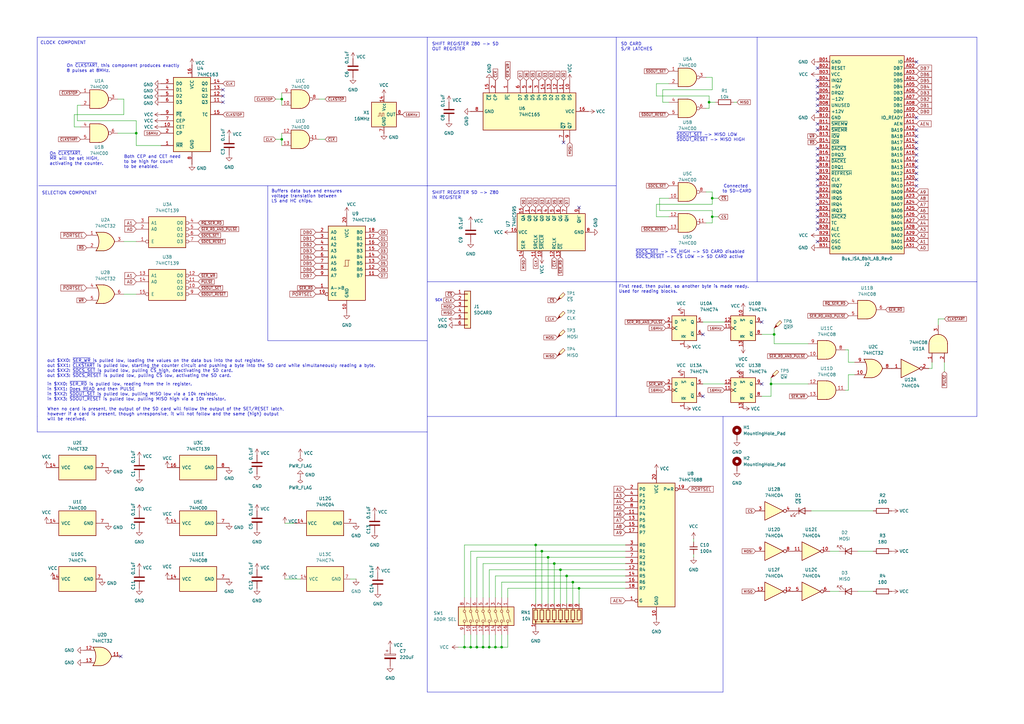
<source format=kicad_sch>
(kicad_sch (version 20250114) (generator "eeschema") (generator_version "9.0")
  (paper "A3")
  (title_block (title "ISA-TO-SDCARD") (date "2025-08-17") (rev "rev0"))
  (lib_symbols
    (symbol "74xx:74HC00" (pin_names (offset 1.016))
      (property "Reference" "U" (at 0 1.27 0))
      (property "Value" "74HC00" (at 0 -1.27 0))
      (symbol "74HC00_1_1"
        (pin input line (at -7.62 2.54 0) (length 3.81) (name "~") (number "1"))
        (pin input line (at -7.62 -2.54 0) (length 3.81) (name "~") (number "2"))
        (pin output inverted (at 7.62 0 180) (length 3.81) (name "~") (number "3"))
      )
      (symbol "74HC00_1_2"
        (pin input inverted (at -7.62 2.54 0) (length 4.318) (name "~") (number "1"))
        (pin input inverted (at -7.62 -2.54 0) (length 4.318) (name "~") (number "2"))
        (pin output line (at 7.62 0 180) (length 3.81) (name "~") (number "3"))
      )
      (symbol "74HC00_2_1"
        (pin input line (at -7.62 2.54 0) (length 3.81) (name "~") (number "4"))
        (pin input line (at -7.62 -2.54 0) (length 3.81) (name "~") (number "5"))
        (pin output inverted (at 7.62 0 180) (length 3.81) (name "~") (number "6"))
      )
      (symbol "74HC00_2_2"
        (pin input inverted (at -7.62 2.54 0) (length 4.318) (name "~") (number "4"))
        (pin input inverted (at -7.62 -2.54 0) (length 4.318) (name "~") (number "5"))
        (pin output line (at 7.62 0 180) (length 3.81) (name "~") (number "6"))
      )
      (symbol "74HC00_3_1"
        (pin input line (at -7.62 2.54 0) (length 3.81) (name "~") (number "9"))
        (pin input line (at -7.62 -2.54 0) (length 3.81) (name "~") (number "10"))
        (pin output inverted (at 7.62 0 180) (length 3.81) (name "~") (number "8"))
      )
      (symbol "74HC00_3_2"
        (pin input inverted (at -7.62 2.54 0) (length 4.318) (name "~") (number "9"))
        (pin input inverted (at -7.62 -2.54 0) (length 4.318) (name "~") (number "10"))
        (pin output line (at 7.62 0 180) (length 3.81) (name "~") (number "8"))
      )
      (symbol "74HC00_4_1"
        (pin input line (at -7.62 2.54 0) (length 3.81) (name "~") (number "12"))
        (pin input line (at -7.62 -2.54 0) (length 3.81) (name "~") (number "13"))
        (pin output inverted (at 7.62 0 180) (length 3.81) (name "~") (number "11"))
      )
      (symbol "74HC00_4_2"
        (pin input inverted (at -7.62 2.54 0) (length 4.318) (name "~") (number "12"))
        (pin input inverted (at -7.62 -2.54 0) (length 4.318) (name "~") (number "13"))
        (pin output line (at 7.62 0 180) (length 3.81) (name "~") (number "11"))
      )
      (symbol "74HC00_5_0"
        (pin power_in line (at 0 12.7 270) (length 5.08) (name "VCC") (number "14"))
        (pin power_in line (at 0 -12.7 90) (length 5.08) (name "GND") (number "7"))
      )
    )
    (symbol "74xx:74HC04"
      (property "Reference" "U" (at 0 1.27 0))
      (property "Value" "74HC04" (at 0 -1.27 0))
      (symbol "74HC04_1_0"
        (pin input line (at -7.62 0 0) (length 3.81) (name "~") (number "1"))
        (pin output inverted (at 7.62 0 180) (length 3.81) (name "~") (number "2"))
      )
      (symbol "74HC04_2_0"
        (pin input line (at -7.62 0 0) (length 3.81) (name "~") (number "3"))
        (pin output inverted (at 7.62 0 180) (length 3.81) (name "~") (number "4"))
      )
      (symbol "74HC04_3_0"
        (pin input line (at -7.62 0 0) (length 3.81) (name "~") (number "5"))
        (pin output inverted (at 7.62 0 180) (length 3.81) (name "~") (number "6"))
      )
      (symbol "74HC04_4_0"
        (pin input line (at -7.62 0 0) (length 3.81) (name "~") (number "9"))
        (pin output inverted (at 7.62 0 180) (length 3.81) (name "~") (number "8"))
      )
      (symbol "74HC04_5_0"
        (pin input line (at -7.62 0 0) (length 3.81) (name "~") (number "11"))
        (pin output inverted (at 7.62 0 180) (length 3.81) (name "~") (number "10"))
      )
      (symbol "74HC04_6_0"
        (pin input line (at -7.62 0 0) (length 3.81) (name "~") (number "13"))
        (pin output inverted (at 7.62 0 180) (length 3.81) (name "~") (number "12"))
      )
      (symbol "74HC04_7_0"
        (pin power_in line (at 0 12.7 270) (length 5.08) (name "VCC") (number "14"))
        (pin power_in line (at 0 -12.7 90) (length 5.08) (name "GND") (number "7"))
      )
    )
    (symbol "74xx:74HC245" (pin_names (offset 1.016))
      (property "Reference" "U" (at -7.62 16.51 0))
      (property "Value" "74HC245" (at -7.62 -16.51 0))
      (symbol "74HC245_1_0"
        (pin tri_state line (at -12.7 12.7 0) (length 5.08) (name "A0") (number "2"))
        (pin tri_state line (at -12.7 10.16 0) (length 5.08) (name "A1") (number "3"))
        (pin tri_state line (at -12.7 7.62 0) (length 5.08) (name "A2") (number "4"))
        (pin tri_state line (at -12.7 5.08 0) (length 5.08) (name "A3") (number "5"))
        (pin tri_state line (at -12.7 2.54 0) (length 5.08) (name "A4") (number "6"))
        (pin tri_state line (at -12.7 0 0) (length 5.08) (name "A5") (number "7"))
        (pin tri_state line (at -12.7 -2.54 0) (length 5.08) (name "A6") (number "8"))
        (pin tri_state line (at -12.7 -5.08 0) (length 5.08) (name "A7") (number "9"))
        (pin input line (at -12.7 -10.16 0) (length 5.08) (name "A->B") (number "1"))
        (pin input inverted (at -12.7 -12.7 0) (length 5.08) (name "CE") (number "19"))
        (pin power_in line (at 0 20.32 270) (length 5.08) (name "VCC") (number "20"))
        (pin power_in line (at 0 -20.32 90) (length 5.08) (name "GND") (number "10"))
        (pin tri_state line (at 12.7 12.7 180) (length 5.08) (name "B0") (number "18"))
        (pin tri_state line (at 12.7 10.16 180) (length 5.08) (name "B1") (number "17"))
        (pin tri_state line (at 12.7 7.62 180) (length 5.08) (name "B2") (number "16"))
        (pin tri_state line (at 12.7 5.08 180) (length 5.08) (name "B3") (number "15"))
        (pin tri_state line (at 12.7 2.54 180) (length 5.08) (name "B4") (number "14"))
        (pin tri_state line (at 12.7 0 180) (length 5.08) (name "B5") (number "13"))
        (pin tri_state line (at 12.7 -2.54 180) (length 5.08) (name "B6") (number "12"))
        (pin tri_state line (at 12.7 -5.08 180) (length 5.08) (name "B7") (number "11"))
      )
    )
    (symbol "74xx:74HC74" (pin_names (offset 1.016))
      (property "Reference" "U" (at -7.62 8.89 0))
      (property "Value" "74HC74" (at -7.62 -8.89 0))
      (symbol "74HC74_1_0"
        (pin input line (at -7.62 2.54 0) (length 2.54) (name "D") (number "2"))
        (pin input clock (at -7.62 0 0) (length 2.54) (name "C") (number "3"))
        (pin input line (at 0 7.62 270) (length 2.54) (name "~{S}") (number "4"))
        (pin input line (at 0 -7.62 90) (length 2.54) (name "~{R}") (number "1"))
        (pin output line (at 7.62 2.54 180) (length 2.54) (name "Q") (number "5"))
        (pin output line (at 7.62 -2.54 180) (length 2.54) (name "~{Q}") (number "6"))
      )
      (symbol "74HC74_2_0"
        (pin input line (at -7.62 2.54 0) (length 2.54) (name "D") (number "12"))
        (pin input clock (at -7.62 0 0) (length 2.54) (name "C") (number "11"))
        (pin input line (at 0 7.62 270) (length 2.54) (name "~{S}") (number "10"))
        (pin input line (at 0 -7.62 90) (length 2.54) (name "~{R}") (number "13"))
        (pin output line (at 7.62 2.54 180) (length 2.54) (name "Q") (number "9"))
        (pin output line (at 7.62 -2.54 180) (length 2.54) (name "~{Q}") (number "8"))
      )
      (symbol "74HC74_3_0"
        (pin power_in line (at 0 10.16 270) (length 2.54) (name "VCC") (number "14"))
        (pin power_in line (at 0 -10.16 90) (length 2.54) (name "GND") (number "7"))
      )
    )
    (symbol "74xx:74HCT688"
      (property "Reference" "U" (at -7.62 26.67 0))
      (property "Value" "74HCT688" (at -7.62 -26.67 0))
      (symbol "74HCT688_1_0"
        (pin input line (at -12.7 22.86 0) (length 5.08) (name "P0") (number "2"))
        (pin input line (at -12.7 20.32 0) (length 5.08) (name "P1") (number "4"))
        (pin input line (at -12.7 17.78 0) (length 5.08) (name "P2") (number "6"))
        (pin input line (at -12.7 15.24 0) (length 5.08) (name "P3") (number "8"))
        (pin input line (at -12.7 12.7 0) (length 5.08) (name "P4") (number "11"))
        (pin input line (at -12.7 10.16 0) (length 5.08) (name "P5") (number "13"))
        (pin input line (at -12.7 7.62 0) (length 5.08) (name "P6") (number "15"))
        (pin input line (at -12.7 5.08 0) (length 5.08) (name "P7") (number "17"))
        (pin input line (at -12.7 0 0) (length 5.08) (name "R0") (number "3"))
        (pin input line (at -12.7 -2.54 0) (length 5.08) (name "R1") (number "5"))
        (pin input line (at -12.7 -5.08 0) (length 5.08) (name "R2") (number "7"))
        (pin input line (at -12.7 -7.62 0) (length 5.08) (name "R3") (number "9"))
        (pin input line (at -12.7 -10.16 0) (length 5.08) (name "R4") (number "12"))
        (pin input line (at -12.7 -12.7 0) (length 5.08) (name "R5") (number "14"))
        (pin input line (at -12.7 -15.24 0) (length 5.08) (name "R6") (number "16"))
        (pin input line (at -12.7 -17.78 0) (length 5.08) (name "R7") (number "18"))
        (pin input inverted (at -12.7 -22.86 0) (length 5.08) (name "G") (number "1"))
        (pin power_in line (at 0 30.48 270) (length 5.08) (name "VCC") (number "20"))
        (pin power_in line (at 0 -30.48 90) (length 5.08) (name "GND") (number "10"))
        (pin output inverted (at 12.7 22.86 180) (length 5.08) (name "P=R") (number "19"))
      )
    )
    (symbol "74xx:74LS08" (pin_names (offset 1.016))
      (property "Reference" "U" (at 0 1.27 0))
      (property "Value" "74LS08" (at 0 -1.27 0))
      (symbol "74LS08_1_1"
        (pin input line (at -7.62 2.54 0) (length 3.81) (name "~") (number "1"))
        (pin input line (at -7.62 -2.54 0) (length 3.81) (name "~") (number "2"))
        (pin output line (at 7.62 0 180) (length 3.81) (name "~") (number "3"))
      )
      (symbol "74LS08_1_2"
        (pin input inverted (at -7.62 2.54 0) (length 4.318) (name "~") (number "1"))
        (pin input inverted (at -7.62 -2.54 0) (length 4.318) (name "~") (number "2"))
        (pin output inverted (at 7.62 0 180) (length 3.81) (name "~") (number "3"))
      )
      (symbol "74LS08_2_1"
        (pin input line (at -7.62 2.54 0) (length 3.81) (name "~") (number "4"))
        (pin input line (at -7.62 -2.54 0) (length 3.81) (name "~") (number "5"))
        (pin output line (at 7.62 0 180) (length 3.81) (name "~") (number "6"))
      )
      (symbol "74LS08_2_2"
        (pin input inverted (at -7.62 2.54 0) (length 4.318) (name "~") (number "4"))
        (pin input inverted (at -7.62 -2.54 0) (length 4.318) (name "~") (number "5"))
        (pin output inverted (at 7.62 0 180) (length 3.81) (name "~") (number "6"))
      )
      (symbol "74LS08_3_1"
        (pin input line (at -7.62 2.54 0) (length 3.81) (name "~") (number "9"))
        (pin input line (at -7.62 -2.54 0) (length 3.81) (name "~") (number "10"))
        (pin output line (at 7.62 0 180) (length 3.81) (name "~") (number "8"))
      )
      (symbol "74LS08_3_2"
        (pin input inverted (at -7.62 2.54 0) (length 4.318) (name "~") (number "9"))
        (pin input inverted (at -7.62 -2.54 0) (length 4.318) (name "~") (number "10"))
        (pin output inverted (at 7.62 0 180) (length 3.81) (name "~") (number "8"))
      )
      (symbol "74LS08_4_1"
        (pin input line (at -7.62 2.54 0) (length 3.81) (name "~") (number "12"))
        (pin input line (at -7.62 -2.54 0) (length 3.81) (name "~") (number "13"))
        (pin output line (at 7.62 0 180) (length 3.81) (name "~") (number "11"))
      )
      (symbol "74LS08_4_2"
        (pin input inverted (at -7.62 2.54 0) (length 4.318) (name "~") (number "12"))
        (pin input inverted (at -7.62 -2.54 0) (length 4.318) (name "~") (number "13"))
        (pin output inverted (at 7.62 0 180) (length 3.81) (name "~") (number "11"))
      )
      (symbol "74LS08_5_0"
        (pin power_in line (at 0 12.7 270) (length 5.08) (name "VCC") (number "14"))
        (pin power_in line (at 0 -12.7 90) (length 5.08) (name "GND") (number "7"))
      )
    )
    (symbol "74xx:74LS139" (pin_names (offset 1.016))
      (property "Reference" "U" (at -7.62 8.89 0))
      (property "Value" "74LS139" (at -7.62 -8.89 0))
      (symbol "74LS139_1_0"
        (pin input line (at -12.7 2.54 0) (length 5.08) (name "A1") (number "3"))
        (pin input line (at -12.7 0 0) (length 5.08) (name "A0") (number "2"))
        (pin input inverted (at -12.7 -5.08 0) (length 5.08) (name "E") (number "1"))
        (pin output inverted (at 12.7 2.54 180) (length 5.08) (name "O0") (number "4"))
        (pin output inverted (at 12.7 0 180) (length 5.08) (name "O1") (number "5"))
        (pin output inverted (at 12.7 -2.54 180) (length 5.08) (name "O2") (number "6"))
        (pin output inverted (at 12.7 -5.08 180) (length 5.08) (name "O3") (number "7"))
      )
      (symbol "74LS139_2_0"
        (pin input line (at -12.7 2.54 0) (length 5.08) (name "A1") (number "13"))
        (pin input line (at -12.7 0 0) (length 5.08) (name "A0") (number "14"))
        (pin input inverted (at -12.7 -5.08 0) (length 5.08) (name "E") (number "15"))
        (pin output inverted (at 12.7 2.54 180) (length 5.08) (name "O0") (number "12"))
        (pin output inverted (at 12.7 0 180) (length 5.08) (name "O1") (number "11"))
        (pin output inverted (at 12.7 -2.54 180) (length 5.08) (name "O2") (number "10"))
        (pin output inverted (at 12.7 -5.08 180) (length 5.08) (name "O3") (number "9"))
      )
      (symbol "74LS139_3_0"
        (pin power_in line (at 0 12.7 270) (length 5.08) (name "VCC") (number "16"))
        (pin power_in line (at 0 -12.7 90) (length 5.08) (name "GND") (number "8"))
      )
    )
    (symbol "74xx:74LS163" (pin_names (offset 1.016))
      (property "Reference" "U" (at -7.62 16.51 0))
      (property "Value" "74LS163" (at -7.62 -16.51 0))
      (symbol "74LS163_1_0"
        (pin input line (at -12.7 12.7 0) (length 5.08) (name "D0") (number "3"))
        (pin input line (at -12.7 10.16 0) (length 5.08) (name "D1") (number "4"))
        (pin input line (at -12.7 7.62 0) (length 5.08) (name "D2") (number "5"))
        (pin input line (at -12.7 5.08 0) (length 5.08) (name "D3") (number "6"))
        (pin input line (at -12.7 0 0) (length 5.08) (name "~{PE}") (number "9"))
        (pin input line (at -12.7 -2.54 0) (length 5.08) (name "CEP") (number "7"))
        (pin input line (at -12.7 -5.08 0) (length 5.08) (name "CET") (number "10"))
        (pin input line (at -12.7 -7.62 0) (length 5.08) (name "CP") (number "2"))
        (pin input line (at -12.7 -12.7 0) (length 5.08) (name "~{MR}") (number "1"))
        (pin power_in line (at 0 20.32 270) (length 5.08) (name "VCC") (number "16"))
        (pin power_in line (at 0 -20.32 90) (length 5.08) (name "GND") (number "8"))
        (pin output line (at 12.7 12.7 180) (length 5.08) (name "Q0") (number "14"))
        (pin output line (at 12.7 10.16 180) (length 5.08) (name "Q1") (number "13"))
        (pin output line (at 12.7 7.62 180) (length 5.08) (name "Q2") (number "12"))
        (pin output line (at 12.7 5.08 180) (length 5.08) (name "Q3") (number "11"))
        (pin output line (at 12.7 0 180) (length 5.08) (name "TC") (number "15"))
      )
    )
    (symbol "74xx:74LS165"
      (property "Reference" "U" (at -7.62 19.05 0))
      (property "Value" "74LS165" (at -7.62 -21.59 0))
      (symbol "74LS165_1_0"
        (pin input line (at -12.7 15.24 0) (length 5.08) (name "DS") (number "10"))
        (pin input line (at -12.7 12.7 0) (length 5.08) (name "D0") (number "11"))
        (pin input line (at -12.7 10.16 0) (length 5.08) (name "D1") (number "12"))
        (pin input line (at -12.7 7.62 0) (length 5.08) (name "D2") (number "13"))
        (pin input line (at -12.7 5.08 0) (length 5.08) (name "D3") (number "14"))
        (pin input line (at -12.7 2.54 0) (length 5.08) (name "D4") (number "3"))
        (pin input line (at -12.7 0 0) (length 5.08) (name "D5") (number "4"))
        (pin input line (at -12.7 -2.54 0) (length 5.08) (name "D6") (number "5"))
        (pin input line (at -12.7 -5.08 0) (length 5.08) (name "D7") (number "6"))
        (pin input line (at -12.7 -10.16 0) (length 5.08) (name "~{PL}") (number "1"))
        (pin input line (at -12.7 -15.24 0) (length 5.08) (name "CP") (number "2"))
        (pin input line (at -12.7 -17.78 0) (length 5.08) (name "~{CE}") (number "15"))
        (pin power_in line (at 0 22.86 270) (length 5.08) (name "VCC") (number "16"))
        (pin power_in line (at 0 -25.4 90) (length 5.08) (name "GND") (number "8"))
        (pin output line (at 12.7 15.24 180) (length 5.08) (name "Q7") (number "9"))
        (pin output line (at 12.7 12.7 180) (length 5.08) (name "~{Q7}") (number "7"))
      )
    )
    (symbol "74xx:74LS32" (pin_names (offset 1.016))
      (property "Reference" "U" (at 0 1.27 0))
      (property "Value" "74LS32" (at 0 -1.27 0))
      (symbol "74LS32_1_1"
        (pin input line (at -7.62 2.54 0) (length 4.318) (name "~") (number "1"))
        (pin input line (at -7.62 -2.54 0) (length 4.318) (name "~") (number "2"))
        (pin output line (at 7.62 0 180) (length 3.81) (name "~") (number "3"))
      )
      (symbol "74LS32_1_2"
        (pin input inverted (at -7.62 2.54 0) (length 3.81) (name "~") (number "1"))
        (pin input inverted (at -7.62 -2.54 0) (length 3.81) (name "~") (number "2"))
        (pin output inverted (at 7.62 0 180) (length 3.81) (name "~") (number "3"))
      )
      (symbol "74LS32_2_1"
        (pin input line (at -7.62 2.54 0) (length 4.318) (name "~") (number "4"))
        (pin input line (at -7.62 -2.54 0) (length 4.318) (name "~") (number "5"))
        (pin output line (at 7.62 0 180) (length 3.81) (name "~") (number "6"))
      )
      (symbol "74LS32_2_2"
        (pin input inverted (at -7.62 2.54 0) (length 3.81) (name "~") (number "4"))
        (pin input inverted (at -7.62 -2.54 0) (length 3.81) (name "~") (number "5"))
        (pin output inverted (at 7.62 0 180) (length 3.81) (name "~") (number "6"))
      )
      (symbol "74LS32_3_1"
        (pin input line (at -7.62 2.54 0) (length 4.318) (name "~") (number "9"))
        (pin input line (at -7.62 -2.54 0) (length 4.318) (name "~") (number "10"))
        (pin output line (at 7.62 0 180) (length 3.81) (name "~") (number "8"))
      )
      (symbol "74LS32_3_2"
        (pin input inverted (at -7.62 2.54 0) (length 3.81) (name "~") (number "9"))
        (pin input inverted (at -7.62 -2.54 0) (length 3.81) (name "~") (number "10"))
        (pin output inverted (at 7.62 0 180) (length 3.81) (name "~") (number "8"))
      )
      (symbol "74LS32_4_1"
        (pin input line (at -7.62 2.54 0) (length 4.318) (name "~") (number "12"))
        (pin input line (at -7.62 -2.54 0) (length 4.318) (name "~") (number "13"))
        (pin output line (at 7.62 0 180) (length 3.81) (name "~") (number "11"))
      )
      (symbol "74LS32_4_2"
        (pin input inverted (at -7.62 2.54 0) (length 3.81) (name "~") (number "12"))
        (pin input inverted (at -7.62 -2.54 0) (length 3.81) (name "~") (number "13"))
        (pin output inverted (at 7.62 0 180) (length 3.81) (name "~") (number "11"))
      )
      (symbol "74LS32_5_0"
        (pin power_in line (at 0 12.7 270) (length 5.08) (name "VCC") (number "14"))
        (pin power_in line (at 0 -12.7 90) (length 5.08) (name "GND") (number "7"))
      )
    )
    (symbol "74xx:74LS595"
      (property "Reference" "U" (at -7.62 13.97 0))
      (property "Value" "74LS595" (at -7.62 -16.51 0))
      (symbol "74LS595_1_0"
        (pin input line (at -10.16 10.16 0) (length 2.54) (name "SER") (number "14"))
        (pin input line (at -10.16 5.08 0) (length 2.54) (name "SRCLK") (number "11"))
        (pin input line (at -10.16 2.54 0) (length 2.54) (name "~{SRCLR}") (number "10"))
        (pin input line (at -10.16 -2.54 0) (length 2.54) (name "RCLK") (number "12"))
        (pin input line (at -10.16 -5.08 0) (length 2.54) (name "~{OE}") (number "13"))
        (pin power_in line (at 0 15.24 270) (length 2.54) (name "VCC") (number "16"))
        (pin power_in line (at 0 -17.78 90) (length 2.54) (name "GND") (number "8"))
        (pin tri_state line (at 10.16 10.16 180) (length 2.54) (name "QA") (number "15"))
        (pin tri_state line (at 10.16 7.62 180) (length 2.54) (name "QB") (number "1"))
        (pin tri_state line (at 10.16 5.08 180) (length 2.54) (name "QC") (number "2"))
        (pin tri_state line (at 10.16 2.54 180) (length 2.54) (name "QD") (number "3"))
        (pin tri_state line (at 10.16 0 180) (length 2.54) (name "QE") (number "4"))
        (pin tri_state line (at 10.16 -2.54 180) (length 2.54) (name "QF") (number "5"))
        (pin tri_state line (at 10.16 -5.08 180) (length 2.54) (name "QG") (number "6"))
        (pin tri_state line (at 10.16 -7.62 180) (length 2.54) (name "QH") (number "7"))
        (pin output line (at 10.16 -12.7 180) (length 2.54) (name "QH'") (number "9"))
      )
    )
    (symbol "Connector:Bus_ISA_8bit_AB_Rev0"
      (property "Reference" "J" (at 0 42.545 0))
      (property "Value" "Connector_Bus_ISA_8bit_AB_Rev0" (at 0 -42.545 0))
      (symbol "Bus_ISA_8bit_AB_Rev0_1_1"
        (pin power_in line (at -20.32 38.1 0) (length 5.08) (name "GND") (number "B01"))
        (pin output line (at -20.32 35.56 0) (length 5.08) (name "RESET") (number "B02"))
        (pin power_in line (at -20.32 33.02 0) (length 5.08) (name "VCC") (number "B03"))
        (pin passive line (at -20.32 30.48 0) (length 5.08) (name "INQ2") (number "B04"))
        (pin power_in line (at -20.32 27.94 0) (length 5.08) (name "-5V") (number "B05"))
        (pin passive line (at -20.32 25.4 0) (length 5.08) (name "DRQ2") (number "B06"))
        (pin power_in line (at -20.32 22.86 0) (length 5.08) (name "-12V") (number "B07"))
        (pin passive line (at -20.32 20.32 0) (length 5.08) (name "UNUSED") (number "B08"))
        (pin power_in line (at -20.32 17.78 0) (length 5.08) (name "+12V") (number "B09"))
        (pin power_in line (at -20.32 15.24 0) (length 5.08) (name "GND") (number "B10"))
        (pin output line (at -20.32 12.7 0) (length 5.08) (name "~{SMEMW}") (number "B11"))
        (pin output line (at -20.32 10.16 0) (length 5.08) (name "~{SMEMR}") (number "B12"))
        (pin output line (at -20.32 7.62 0) (length 5.08) (name "~{IOW}") (number "B13"))
        (pin output line (at -20.32 5.08 0) (length 5.08) (name "~{IOR}") (number "B14"))
        (pin passive line (at -20.32 2.54 0) (length 5.08) (name "~{DACK3}") (number "B15"))
        (pin passive line (at -20.32 0 0) (length 5.08) (name "DRQ3") (number "B16"))
        (pin passive line (at -20.32 -2.54 0) (length 5.08) (name "~{DACK1}") (number "B17"))
        (pin passive line (at -20.32 -5.08 0) (length 5.08) (name "DRQ1") (number "B18"))
        (pin passive line (at -20.32 -7.62 0) (length 5.08) (name "~{REFRESH}") (number "B19"))
        (pin output line (at -20.32 -10.16 0) (length 5.08) (name "CLK") (number "B20"))
        (pin passive line (at -20.32 -12.7 0) (length 5.08) (name "IRQ7") (number "B21"))
        (pin passive line (at -20.32 -15.24 0) (length 5.08) (name "IRQ6") (number "B22"))
        (pin passive line (at -20.32 -17.78 0) (length 5.08) (name "IRQ5") (number "B23"))
        (pin passive line (at -20.32 -20.32 0) (length 5.08) (name "IRQ4") (number "B24"))
        (pin passive line (at -20.32 -22.86 0) (length 5.08) (name "IRQ3") (number "B25"))
        (pin passive line (at -20.32 -25.4 0) (length 5.08) (name "~{DACK2}") (number "B26"))
        (pin passive line (at -20.32 -27.94 0) (length 5.08) (name "TC") (number "B27"))
        (pin output line (at -20.32 -30.48 0) (length 5.08) (name "ALE") (number "B28"))
        (pin power_in line (at -20.32 -33.02 0) (length 5.08) (name "VCC") (number "B29"))
        (pin output line (at -20.32 -35.56 0) (length 5.08) (name "OSC") (number "B30"))
        (pin power_in line (at -20.32 -38.1 0) (length 5.08) (name "GND") (number "B31"))
        (pin passive line (at 20.32 38.1 180) (length 5.08) (name "IO") (number "A01"))
        (pin tri_state line (at 20.32 35.56 180) (length 5.08) (name "DB7") (number "A02"))
        (pin tri_state line (at 20.32 33.02 180) (length 5.08) (name "DB6") (number "A03"))
        (pin tri_state line (at 20.32 30.48 180) (length 5.08) (name "DB5") (number "A04"))
        (pin tri_state line (at 20.32 27.94 180) (length 5.08) (name "DB4") (number "A05"))
        (pin tri_state line (at 20.32 25.4 180) (length 5.08) (name "DB3") (number "A06"))
        (pin tri_state line (at 20.32 22.86 180) (length 5.08) (name "DB2") (number "A07"))
        (pin tri_state line (at 20.32 20.32 180) (length 5.08) (name "DB1") (number "A08"))
        (pin tri_state line (at 20.32 17.78 180) (length 5.08) (name "DB0") (number "A09"))
        (pin passive line (at 20.32 15.24 180) (length 5.08) (name "IO_READY") (number "A10"))
        (pin output line (at 20.32 12.7 180) (length 5.08) (name "AEN") (number "A11"))
        (pin tri_state line (at 20.32 10.16 180) (length 5.08) (name "BA19") (number "A12"))
        (pin tri_state line (at 20.32 7.62 180) (length 5.08) (name "BA18") (number "A13"))
        (pin tri_state line (at 20.32 5.08 180) (length 5.08) (name "BA17") (number "A14"))
        (pin tri_state line (at 20.32 2.54 180) (length 5.08) (name "BA16") (number "A15"))
        (pin tri_state line (at 20.32 0 180) (length 5.08) (name "BA15") (number "A16"))
        (pin tri_state line (at 20.32 -2.54 180) (length 5.08) (name "BA14") (number "A17"))
        (pin tri_state line (at 20.32 -5.08 180) (length 5.08) (name "BA13") (number "A18"))
        (pin tri_state line (at 20.32 -7.62 180) (length 5.08) (name "BA12") (number "A19"))
        (pin tri_state line (at 20.32 -10.16 180) (length 5.08) (name "BA11") (number "A20"))
        (pin tri_state line (at 20.32 -12.7 180) (length 5.08) (name "BA10") (number "A21"))
        (pin tri_state line (at 20.32 -15.24 180) (length 5.08) (name "BA09") (number "A22"))
        (pin tri_state line (at 20.32 -17.78 180) (length 5.08) (name "BA08") (number "A23"))
        (pin tri_state line (at 20.32 -20.32 180) (length 5.08) (name "BA07") (number "A24"))
        (pin tri_state line (at 20.32 -22.86 180) (length 5.08) (name "BA06") (number "A25"))
        (pin tri_state line (at 20.32 -25.4 180) (length 5.08) (name "BA05") (number "A26"))
        (pin tri_state line (at 20.32 -27.94 180) (length 5.08) (name "BA04") (number "A27"))
        (pin tri_state line (at 20.32 -30.48 180) (length 5.08) (name "BA03") (number "A28"))
        (pin tri_state line (at 20.32 -33.02 180) (length 5.08) (name "BA02") (number "A29"))
        (pin tri_state line (at 20.32 -35.56 180) (length 5.08) (name "BA01") (number "A30"))
        (pin tri_state line (at 20.32 -38.1 180) (length 5.08) (name "BA00") (number "A31"))
      )
    )
    (symbol "Connector:TestPoint_Probe" (pin_numbers (hide yes)) (pin_names (offset 0.762) (hide yes))
      (property "Reference" "TP" (at 1.651 5.842 0))
      (property "Value" "TestPoint_Probe" (at 1.651 4.064 0))
      (symbol "TestPoint_Probe_1_1"
        (pin passive line (at 0 0 90) (length 0) (name "1") (number "1"))
      )
    )
    (symbol "Connector_Generic:Conn_01x06" (pin_names (offset 1.016) (hide yes))
      (property "Reference" "J" (at 0 7.62 0))
      (property "Value" "Conn_01x06" (at 0 -10.16 0))
      (symbol "Conn_01x06_1_1"
        (pin passive line (at -5.08 5.08 0) (length 3.81) (name "Pin_1") (number "1"))
        (pin passive line (at -5.08 2.54 0) (length 3.81) (name "Pin_2") (number "2"))
        (pin passive line (at -5.08 0 0) (length 3.81) (name "Pin_3") (number "3"))
        (pin passive line (at -5.08 -2.54 0) (length 3.81) (name "Pin_4") (number "4"))
        (pin passive line (at -5.08 -5.08 0) (length 3.81) (name "Pin_5") (number "5"))
        (pin passive line (at -5.08 -7.62 0) (length 3.81) (name "Pin_6") (number "6"))
      )
    )
    (symbol "Device:C" (pin_numbers (hide yes)) (pin_names (offset 0.254))
      (property "Reference" "C" (at 0.635 2.54 0))
      (property "Value" "C" (at 0.635 -2.54 0))
      (symbol "C_1_1"
        (pin passive line (at 0 3.81 270) (length 2.794) (name "~") (number "1"))
        (pin passive line (at 0 -3.81 90) (length 2.794) (name "~") (number "2"))
      )
    )
    (symbol "Device:C_Polarized" (pin_numbers (hide yes)) (pin_names (offset 0.254))
      (property "Reference" "C" (at 0.635 2.54 0))
      (property "Value" "C_Polarized" (at 0.635 -2.54 0))
      (symbol "C_Polarized_1_1"
        (pin passive line (at 0 3.81 270) (length 2.794) (name "~") (number "1"))
        (pin passive line (at 0 -3.81 90) (length 2.794) (name "~") (number "2"))
      )
    )
    (symbol "Device:C_Small" (pin_numbers (hide yes)) (pin_names (offset 0.254) (hide yes))
      (property "Reference" "C" (at 0.254 1.778 0))
      (property "Value" "C_Small" (at 0.254 -2.032 0))
      (symbol "C_Small_1_1"
        (pin passive line (at 0 2.54 270) (length 2.032) (name "~") (number "1"))
        (pin passive line (at 0 -2.54 90) (length 2.032) (name "~") (number "2"))
      )
    )
    (symbol "Device:LED" (pin_numbers (hide yes)) (pin_names (offset 1.016) (hide yes))
      (property "Reference" "D" (at 0 2.54 0))
      (property "Value" "LED" (at 0 -2.54 0))
      (symbol "LED_1_1"
        (pin passive line (at -3.81 0 0) (length 2.54) (name "K") (number "1"))
        (pin passive line (at 3.81 0 180) (length 2.54) (name "A") (number "2"))
      )
    )
    (symbol "Device:R" (pin_numbers (hide yes)) (pin_names (offset 0))
      (property "Reference" "R" (at 2.032 0 90))
      (property "Value" "R" (at 0 0 90))
      (symbol "R_1_1"
        (pin passive line (at 0 3.81 270) (length 1.27) (name "~") (number "1"))
        (pin passive line (at 0 -3.81 90) (length 1.27) (name "~") (number "2"))
      )
    )
    (symbol "Device:R_Network08" (pin_names (offset 0) (hide yes))
      (property "Reference" "RN" (at -12.7 0 90))
      (property "Value" "R_Network08" (at 10.16 0 90))
      (symbol "R_Network08_1_1"
        (pin passive line (at -10.16 5.08 270) (length 2.54) (name "common") (number "1"))
        (pin passive line (at -10.16 -5.08 90) (length 1.27) (name "R1") (number "2"))
        (pin passive line (at -7.62 -5.08 90) (length 1.27) (name "R2") (number "3"))
        (pin passive line (at -5.08 -5.08 90) (length 1.27) (name "R3") (number "4"))
        (pin passive line (at -2.54 -5.08 90) (length 1.27) (name "R4") (number "5"))
        (pin passive line (at 0 -5.08 90) (length 1.27) (name "R5") (number "6"))
        (pin passive line (at 2.54 -5.08 90) (length 1.27) (name "R6") (number "7"))
        (pin passive line (at 5.08 -5.08 90) (length 1.27) (name "R7") (number "8"))
        (pin passive line (at 7.62 -5.08 90) (length 1.27) (name "R8") (number "9"))
      )
    )
    (symbol "Mechanical:MountingHole_Pad" (pin_numbers (hide yes)) (pin_names (offset 1.016) (hide yes)) (in_bom no)
      (property "Reference" "H" (at 0 6.35 0))
      (property "Value" "MountingHole_Pad" (at 0 4.445 0))
      (symbol "MountingHole_Pad_1_1"
        (pin input line (at 0 -2.54 90) (length 2.54) (name "1") (number "1"))
      )
    )
    (symbol "Oscillator:TCXO-14" (pin_names (offset 0.254))
      (property "Reference" "Y" (at -5.08 6.35 0))
      (property "Value" "TCXO-14" (at 1.27 -6.35 0))
      (symbol "TCXO-14_1_1"
        (pin no_connect line (at -5.08 2.54 0) (length 2.54) (hide yes) (name "NC") (number "1"))
        (pin power_in line (at 0 7.62 270) (length 2.54) (name "Vcc") (number "14"))
        (pin power_in line (at 0 -7.62 90) (length 2.54) (name "GND") (number "7"))
        (pin output line (at 7.62 0 180) (length 2.54) (name "OUT") (number "8"))
      )
    )
    (symbol "Switch:SW_DIP_x08" (pin_names (offset 0) (hide yes))
      (property "Reference" "SW" (at 0 13.97 0))
      (property "Value" "SW_DIP_x08" (at 0 -11.43 0))
      (symbol "SW_DIP_x08_1_1"
        (pin passive line (at -7.62 10.16 0) (length 5.08) (name "~") (number "1"))
        (pin passive line (at -7.62 7.62 0) (length 5.08) (name "~") (number "2"))
        (pin passive line (at -7.62 5.08 0) (length 5.08) (name "~") (number "3"))
        (pin passive line (at -7.62 2.54 0) (length 5.08) (name "~") (number "4"))
        (pin passive line (at -7.62 0 0) (length 5.08) (name "~") (number "5"))
        (pin passive line (at -7.62 -2.54 0) (length 5.08) (name "~") (number "6"))
        (pin passive line (at -7.62 -5.08 0) (length 5.08) (name "~") (number "7"))
        (pin passive line (at -7.62 -7.62 0) (length 5.08) (name "~") (number "8"))
        (pin passive line (at 7.62 10.16 180) (length 5.08) (name "~") (number "16"))
        (pin passive line (at 7.62 7.62 180) (length 5.08) (name "~") (number "15"))
        (pin passive line (at 7.62 5.08 180) (length 5.08) (name "~") (number "14"))
        (pin passive line (at 7.62 2.54 180) (length 5.08) (name "~") (number "13"))
        (pin passive line (at 7.62 0 180) (length 5.08) (name "~") (number "12"))
        (pin passive line (at 7.62 -2.54 180) (length 5.08) (name "~") (number "11"))
        (pin passive line (at 7.62 -5.08 180) (length 5.08) (name "~") (number "10"))
        (pin passive line (at 7.62 -7.62 180) (length 5.08) (name "~") (number "9"))
      )
    )
    (symbol "power:GND" (power) (pin_numbers (hide yes)) (pin_names (offset 0) (hide yes))
      (property "Value" "GND" (at 0 -3.81 0))
      (symbol "GND_1_1"
        (pin power_in line (at 0 0 270) (length 0) (name "~") (number "1"))
      )
    )
    (symbol "power:PWR_FLAG" (power) (pin_numbers (hide yes)) (pin_names (offset 0) (hide yes))
      (property "Value" "PWR_FLAG" (at 0 3.81 0))
      (symbol "PWR_FLAG_0_0"
        (pin power_out line (at 0 0 90) (length 0) (name "~") (number "1"))
      )
    )
    (symbol "power:VCC" (power) (pin_numbers (hide yes)) (pin_names (offset 0) (hide yes))
      (property "Value" "VCC" (at 0 3.556 0))
      (symbol "VCC_1_1"
        (pin power_in line (at 0 0 90) (length 0) (name "~") (number "1"))
      )
    )
  )
  (text "First read, then pulse, so another byte is made ready.\nUsed for reading blocks." (at 253.746 118.618 0) (effects (font (size 1.27 1.27)) (justify left)))
  (text "SHIFT REGISTER SD -> Z80\nIN REGISTER" (at 177.165 81.915 0) (effects (font (size 1.27 1.27)) (justify left bottom)))
  (text "SD CARD\nS/R LATCHES" (at 254.635 20.955 0) (effects (font (size 1.27 1.27)) (justify left bottom)))
  (text "out $XX0: ~{SER_WR} is pulled low, loading the values on the data bus into the out register.\nout $XX1: ~{CLKSTART} is pulled low, starting the counter circuit and pushing a byte into the SD card while simultaneously reading a byte.\nout $XX2: ~{SDCS_SET} is pulled low, pulling ~{CS} high, deactivating the SD card.\nout $XX3: ~{SDCS_RESET} is pulled low, pulling ~{CS} low, activating the SD card." (at 19.304 154.94 0) (effects (font (size 1.27 1.27)) (justify left bottom)))
  (text "On ~{CLKSTART}, this component produces exactly\n8 pulses at 8MHz." (at 27.305 29.845 0) (effects (font (size 1.27 1.27)) (justify left bottom)))
  (text "On ~{CLKSTART}, \n~{MR} will be set HIGH, \nactivating the counter." (at 20.32 67.945 0) (effects (font (size 1.27 1.27)) (justify left bottom)))
  (text "in $XX0: ~{SER_RD} is pulled low, reading from the in register.\nin $XX1: Does READ and then PULSE\nin $XX2: ~{SDOUT_SET} is pulled low, pulling MISO low via a 10k resistor.\nin $XX3: ~{SDOUT_RESET} is pulled low, pulling MISO high via a 10k resistor.\n\nWhen no card is present, the output of the SD card will follow the output of the SET/RESET latch,\nhowever if a card is present, though unresponsive, it will not follow and the same (high) output\nwill be received." (at 19.304 172.72 0) (effects (font (size 1.27 1.27)) (justify left bottom)))
  (text "Connected \nto SD-CARD" (at 302.26 77.47 0) (effects (font (size 1.27 1.27))))
  (text "~{SDOUT_SET} -> MISO LOW\n~{SDOUT_RESET} -> MISO HIGH" (at 277.368 56.388 0) (effects (font (size 1.27 1.27)) (justify left)))
  (text "~{SDCS_SET} -> ~{CS} HIGH -> SD CARD disabled\n~{SDCS_RESET} -> ~{CS} LOW -> SD CARD active" (at 260.604 104.394 0) (effects (font (size 1.27 1.27)) (justify left)))
  (text "SELECTION COMPONENT" (at 17.145 80.01 0) (effects (font (size 1.27 1.27)) (justify left bottom)))
  (text "CLOCK COMPONENT" (at 16.51 18.415 0) (effects (font (size 1.27 1.27)) (justify left bottom)))
  (text "SCK" (at 178.435 123.825 0) (effects (font (size 1 1)) (justify left bottom)))
  (text "Buffers data bus and ensures\nvoltage translation between\nLS and HC chips." (at 111.252 80.518 0) (effects (font (size 1.27 1.27)) (justify left)))
  (text "Both CEP and CET need\nto be high for count\nto be enabled." (at 50.8 69.215 0) (effects (font (size 1.27 1.27)) (justify left bottom)))
  (text "SHIFT REGISTER Z80 -> SD\nOUT REGISTER" (at 177.165 20.955 0) (effects (font (size 1.27 1.27)) (justify left bottom)))
  (junction (at 227.33 231.14))
  (junction (at 292.1 81.28))
  (junction (at 198.12 265.43))
  (junction (at 292.1 88.9))
  (junction (at 219.71 223.52))
  (junction (at 203.2 265.43))
  (junction (at 205.74 265.43))
  (junction (at 55.88 54.61))
  (junction (at 317.5 137.16))
  (junction (at 316.23 157.48))
  (junction (at 222.25 226.06))
  (junction (at 290.83 41.91))
  (junction (at 224.79 228.6))
  (junction (at 190.5 265.43))
  (junction (at 234.95 238.76))
  (junction (at 193.04 265.43))
  (junction (at 115.57 57.15))
  (junction (at 195.58 265.43))
  (junction (at 200.66 265.43))
  (junction (at 115.57 40.64))
  (junction (at 232.41 236.22))
  (junction (at 229.87 233.68))
  (junction (at 237.49 241.3))
  (no_connect (at 375.92 25.4))
  (no_connect (at 335.28 40.64))
  (no_connect (at 312.42 132.08))
  (no_connect (at 335.28 63.5))
  (no_connect (at 335.28 66.04))
  (no_connect (at 375.92 71.12))
  (no_connect (at 335.28 93.98))
  (no_connect (at 375.92 68.58))
  (no_connect (at 335.28 45.72))
  (no_connect (at 91.44 36.83))
  (no_connect (at 375.92 58.42))
  (no_connect (at 335.28 35.56))
  (no_connect (at 375.92 48.26))
  (no_connect (at 231.14 58.42))
  (no_connect (at 335.28 50.8))
  (no_connect (at 335.28 43.18))
  (no_connect (at 335.28 53.34))
  (no_connect (at 375.92 60.96))
  (no_connect (at 335.28 33.02))
  (no_connect (at 375.92 55.88))
  (no_connect (at 335.28 76.2))
  (no_connect (at 335.28 99.06))
  (no_connect (at 375.92 73.66))
  (no_connect (at 335.28 86.36))
  (no_connect (at 312.42 157.48))
  (no_connect (at 335.28 91.44))
  (no_connect (at 375.92 53.34))
  (no_connect (at 335.28 73.66))
  (no_connect (at 335.28 68.58))
  (no_connect (at 237.49 85.09))
  (no_connect (at 335.28 60.96))
  (no_connect (at 49.53 269.24))
  (no_connect (at 375.92 63.5))
  (no_connect (at 375.92 76.2))
  (no_connect (at 335.28 71.12))
  (no_connect (at 335.28 83.82))
  (no_connect (at 288.29 137.16))
  (no_connect (at 335.28 81.28))
  (no_connect (at 288.29 162.56))
  (no_connect (at 335.28 78.74))
  (no_connect (at 335.28 88.9))
  (no_connect (at 91.44 41.91))
  (no_connect (at 335.28 27.94))
  (no_connect (at 335.28 38.1))
  (no_connect (at 91.44 39.37))
  (no_connect (at 375.92 66.04))
  (wire (pts (xy 382.27 151.13) (xy 382.27 148.59)))
  (wire (pts (xy 347.98 153.67) (xy 350.52 153.67)))
  (wire (pts (xy 115.57 40.64) (xy 115.57 38.1)))
  (polyline (pts (xy 15.875 76.2) (xy 175.26 76.2)))
  (wire (pts (xy 50.8 46.99) (xy 30.48 46.99)))
  (wire (pts (xy 270.51 81.28) (xy 274.32 81.28)))
  (wire (pts (xy 200.66 233.68) (xy 229.87 233.68)))
  (wire (pts (xy 290.83 44.45) (xy 290.83 41.91)))
  (wire (pts (xy 198.12 231.14) (xy 198.12 245.11)))
  (polyline (pts (xy 400.685 170.815) (xy 400.685 115.57)))
  (wire (pts (xy 289.56 31.75) (xy 292.1 31.75)))
  (wire (pts (xy 237.49 241.3) (xy 237.49 247.65)))
  (wire (pts (xy 193.04 265.43) (xy 195.58 265.43)))
  (wire (pts (xy 316.23 162.56) (xy 316.23 157.48)))
  (wire (pts (xy 234.95 238.76) (xy 256.54 238.76)))
  (wire (pts (xy 387.35 152.4) (xy 387.35 148.59)))
  (wire (pts (xy 30.48 46.99) (xy 30.48 52.07)))
  (wire (pts (xy 317.5 134.62) (xy 317.5 137.16)))
  (wire (pts (xy 292.1 81.28) (xy 292.1 83.82)))
  (polyline (pts (xy 296.545 170.815) (xy 296.545 283.845)))
  (wire (pts (xy 224.79 228.6) (xy 256.54 228.6)))
  (wire (pts (xy 187.96 265.43) (xy 190.5 265.43)))
  (wire (pts (xy 269.24 39.37) (xy 269.24 34.29)))
  (wire (pts (xy 269.24 88.9) (xy 274.32 88.9)))
  (wire (pts (xy 227.33 231.14) (xy 227.33 247.65)))
  (wire (pts (xy 256.54 241.3) (xy 237.49 241.3)))
  (wire (pts (xy 195.58 228.6) (xy 224.79 228.6)))
  (wire (pts (xy 288.29 132.08) (xy 297.18 132.08)))
  (wire (pts (xy 232.41 236.22) (xy 256.54 236.22)))
  (polyline (pts (xy 252.73 15.24) (xy 252.73 76.2)))
  (wire (pts (xy 219.71 223.52) (xy 219.71 247.65)))
  (polyline (pts (xy 310.515 15.24) (xy 400.685 15.24)))
  (wire (pts (xy 292.1 91.44) (xy 292.1 88.9)))
  (polyline (pts (xy 15.24 170.815) (xy 15.24 177.165)))
  (wire (pts (xy 190.5 265.43) (xy 193.04 265.43)))
  (wire (pts (xy 292.1 83.82) (xy 269.24 83.82)))
  (polyline (pts (xy 252.73 170.815) (xy 252.73 115.57)))
  (wire (pts (xy 205.74 265.43) (xy 208.28 265.43)))
  (wire (pts (xy 270.51 86.36) (xy 270.51 81.28)))
  (wire (pts (xy 200.66 233.68) (xy 200.66 245.11)))
  (wire (pts (xy 292.1 88.9) (xy 292.1 86.36)))
  (wire (pts (xy 227.33 231.14) (xy 256.54 231.14)))
  (wire (pts (xy 198.12 260.35) (xy 198.12 265.43)))
  (wire (pts (xy 222.25 226.06) (xy 222.25 247.65)))
  (polyline (pts (xy 400.685 115.57) (xy 310.515 115.57)))
  (wire (pts (xy 222.25 226.06) (xy 256.54 226.06)))
  (wire (pts (xy 193.04 226.06) (xy 222.25 226.06)))
  (polyline (pts (xy 252.73 170.815) (xy 400.685 170.815)))
  (wire (pts (xy 55.88 59.69) (xy 66.04 59.69)))
  (wire (pts (xy 346.71 160.02) (xy 347.98 160.02)))
  (polyline (pts (xy 109.855 139.7) (xy 175.26 139.7)))
  (wire (pts (xy 290.83 39.37) (xy 290.83 41.91)))
  (wire (pts (xy 115.57 54.61) (xy 115.57 57.15)))
  (wire (pts (xy 237.49 241.3) (xy 208.28 241.3)))
  (wire (pts (xy 347.98 160.02) (xy 347.98 153.67)))
  (wire (pts (xy 113.03 57.15) (xy 115.57 57.15)))
  (wire (pts (xy 198.12 265.43) (xy 200.66 265.43)))
  (polyline (pts (xy 175.26 177.165) (xy 175.26 170.815)))
  (wire (pts (xy 292.1 31.75) (xy 292.1 36.83)))
  (wire (pts (xy 198.12 231.14) (xy 227.33 231.14)))
  (wire (pts (xy 316.23 154.94) (xy 316.23 157.48)))
  (wire (pts (xy 205.74 238.76) (xy 205.74 245.11)))
  (wire (pts (xy 271.78 36.83) (xy 271.78 41.91)))
  (wire (pts (xy 30.48 52.07) (xy 33.02 52.07)))
  (wire (pts (xy 203.2 236.22) (xy 232.41 236.22)))
  (wire (pts (xy 55.88 54.61) (xy 55.88 59.69)))
  (wire (pts (xy 50.8 99.06) (xy 55.88 99.06)))
  (wire (pts (xy 347.98 148.59) (xy 350.52 148.59)))
  (wire (pts (xy 50.8 40.64) (xy 48.26 40.64)))
  (wire (pts (xy 195.58 260.35) (xy 195.58 265.43)))
  (wire (pts (xy 48.26 54.61) (xy 55.88 54.61)))
  (wire (pts (xy 208.28 241.3) (xy 208.28 245.11)))
  (wire (pts (xy 340.36 226.06) (xy 344.17 226.06)))
  (wire (pts (xy 205.74 260.35) (xy 205.74 265.43)))
  (wire (pts (xy 232.41 236.22) (xy 232.41 247.65)))
  (wire (pts (xy 289.56 44.45) (xy 290.83 44.45)))
  (polyline (pts (xy 310.515 115.57) (xy 310.515 15.24)))
  (polyline (pts (xy 252.73 115.57) (xy 175.26 115.57)))
  (wire (pts (xy 193.04 260.35) (xy 193.04 265.43)))
  (wire (pts (xy 130.81 40.64) (xy 133.35 40.64)))
  (wire (pts (xy 130.81 57.15) (xy 133.35 57.15)))
  (wire (pts (xy 195.58 265.43) (xy 198.12 265.43)))
  (wire (pts (xy 229.87 233.68) (xy 256.54 233.68)))
  (wire (pts (xy 195.58 228.6) (xy 195.58 245.11)))
  (polyline (pts (xy 400.685 15.24) (xy 400.685 115.57)))
  (wire (pts (xy 300.99 41.91) (xy 302.26 41.91)))
  (polyline (pts (xy 252.73 76.2) (xy 175.26 76.2)))
  (wire (pts (xy 269.24 83.82) (xy 269.24 88.9)))
  (wire (pts (xy 193.04 226.06) (xy 193.04 245.11)))
  (wire (pts (xy 224.79 228.6) (xy 224.79 247.65)))
  (wire (pts (xy 190.5 223.52) (xy 190.5 245.11)))
  (wire (pts (xy 288.29 157.48) (xy 297.18 157.48)))
  (wire (pts (xy 229.87 233.68) (xy 229.87 247.65)))
  (wire (pts (xy 146.05 237.49) (xy 143.51 237.49)))
  (polyline (pts (xy 15.24 76.2) (xy 15.24 170.815)))
  (wire (pts (xy 284.48 228.6) (xy 284.48 227.33)))
  (wire (pts (xy 292.1 88.9) (xy 294.64 88.9)))
  (wire (pts (xy 351.79 226.06) (xy 358.14 226.06)))
  (wire (pts (xy 271.78 41.91) (xy 274.32 41.91)))
  (wire (pts (xy 203.2 265.43) (xy 205.74 265.43)))
  (wire (pts (xy 115.57 40.64) (xy 115.57 43.18)))
  (wire (pts (xy 312.42 137.16) (xy 317.5 137.16)))
  (polyline (pts (xy 252.73 76.2) (xy 252.73 115.57)))
  (wire (pts (xy 203.2 260.35) (xy 203.2 265.43)))
  (wire (pts (xy 347.98 143.51) (xy 347.98 148.59)))
  (wire (pts (xy 113.03 40.64) (xy 115.57 40.64)))
  (wire (pts (xy 31.75 43.18) (xy 33.02 43.18)))
  (wire (pts (xy 346.71 143.51) (xy 347.98 143.51)))
  (wire (pts (xy 50.8 40.64) (xy 50.8 46.99)))
  (wire (pts (xy 284.48 220.98) (xy 284.48 222.25)))
  (wire (pts (xy 312.42 162.56) (xy 316.23 162.56)))
  (wire (pts (xy 292.1 86.36) (xy 270.51 86.36)))
  (wire (pts (xy 289.56 91.44) (xy 292.1 91.44)))
  (wire (pts (xy 31.75 43.18) (xy 31.75 49.53)))
  (polyline (pts (xy 296.545 283.845) (xy 175.26 283.845)))
  (wire (pts (xy 351.79 242.57) (xy 358.14 242.57)))
  (wire (pts (xy 384.81 130.81) (xy 384.81 133.35)))
  (polyline (pts (xy 15.24 76.2) (xy 15.24 15.24)))
  (wire (pts (xy 269.24 34.29) (xy 274.32 34.29)))
  (wire (pts (xy 292.1 81.28) (xy 294.64 81.28)))
  (wire (pts (xy 269.24 39.37) (xy 290.83 39.37)))
  (polyline (pts (xy 109.855 76.2) (xy 109.855 139.7)))
  (wire (pts (xy 219.71 223.52) (xy 256.54 223.52)))
  (wire (pts (xy 234.95 238.76) (xy 234.95 247.65)))
  (wire (pts (xy 200.66 265.43) (xy 203.2 265.43)))
  (polyline (pts (xy 175.26 15.24) (xy 252.73 15.24)))
  (wire (pts (xy 31.75 49.53) (xy 55.88 49.53)))
  (wire (pts (xy 316.23 157.48) (xy 331.47 157.48)))
  (wire (pts (xy 381 151.13) (xy 382.27 151.13)))
  (wire (pts (xy 116.84 237.49) (xy 123.19 237.49)))
  (wire (pts (xy 340.36 242.57) (xy 344.17 242.57)))
  (polyline (pts (xy 175.26 170.815) (xy 252.73 170.815)))
  (wire (pts (xy 292.1 36.83) (xy 271.78 36.83)))
  (wire (pts (xy 317.5 140.97) (xy 331.47 140.97)))
  (wire (pts (xy 205.74 238.76) (xy 234.95 238.76)))
  (wire (pts (xy 332.74 209.55) (xy 358.14 209.55)))
  (wire (pts (xy 317.5 137.16) (xy 317.5 140.97)))
  (wire (pts (xy 190.5 260.35) (xy 190.5 265.43)))
  (wire (pts (xy 190.5 223.52) (xy 219.71 223.52)))
  (polyline (pts (xy 175.26 283.845) (xy 175.26 224.79)))
  (wire (pts (xy 292.1 78.74) (xy 292.1 81.28)))
  (wire (pts (xy 200.66 260.35) (xy 200.66 265.43)))
  (polyline (pts (xy 175.26 76.2) (xy 175.26 170.815)))
  (wire (pts (xy 50.8 120.65) (xy 55.88 120.65)))
  (wire (pts (xy 115.57 57.15) (xy 115.57 59.69)))
  (polyline (pts (xy 175.26 15.24) (xy 175.26 76.2)))
  (wire (pts (xy 290.83 41.91) (xy 293.37 41.91)))
  (polyline (pts (xy 15.24 15.24) (xy 175.26 15.24)))
  (wire (pts (xy 208.28 260.35) (xy 208.28 265.43)))
  (wire (pts (xy 55.88 49.53) (xy 55.88 54.61)))
  (wire (pts (xy 289.56 78.74) (xy 292.1 78.74)))
  (wire (pts (xy 116.84 214.63) (xy 120.65 214.63)))
  (polyline (pts (xy 175.26 177.165) (xy 175.26 224.79)))
  (wire (pts (xy 203.2 236.22) (xy 203.2 245.11)))
  (polyline (pts (xy 15.24 177.165) (xy 175.26 177.165)))
  (polyline (pts (xy 310.515 15.24) (xy 252.73 15.24)))
  (wire (pts (xy 387.35 130.81) (xy 384.81 130.81)))
  (polyline (pts (xy 252.73 115.57) (xy 310.515 115.57)))
  (global_label "~{CLKSTOP}" (shape input) (at 133.35 40.64 0) (effects (font (size 1 1))) (property "Intersheetrefs" "${INTERSHEET_REFS}" (effects (hide yes))))
  (global_label "CLK" (shape input) (at 228.6 130.81 180) (effects (font (size 1 1))) (property "Intersheetrefs" "${INTERSHEET_REFS}" (effects (hide yes))))
  (global_label "~{SER_RD_AND_PULSE}" (shape input) (at 331.47 146.05 180) (effects (font (size 1 1))) (property "Intersheetrefs" "${INTERSHEET_REFS}" (effects (hide yes))))
  (global_label "~{SDOUT_RESET}" (shape input) (at 274.32 46.99 180) (effects (font (size 1 1))) (property "Intersheetrefs" "${INTERSHEET_REFS}" (effects (hide yes))))
  (global_label "~{SDOUT_SET}" (shape input) (at 81.28 118.11 0) (effects (font (size 1 1))) (property "Intersheetrefs" "${INTERSHEET_REFS}" (effects (hide yes))))
  (global_label "A1" (shape input) (at 375.92 99.06 0) (property "Intersheetrefs" "${INTERSHEET_REFS}" (effects (hide yes))))
  (global_label "MOSI" (shape input) (at 233.68 58.42 270) (effects (font (size 1 1))) (property "Intersheetrefs" "${INTERSHEET_REFS}" (effects (hide yes))))
  (global_label "DB4" (shape input) (at 375.92 35.56 0) (property "Intersheetrefs" "${INTERSHEET_REFS}" (effects (hide yes))))
  (global_label "MISO" (shape input) (at 228.6 146.05 180) (effects (font (size 1 1))) (property "Intersheetrefs" "${INTERSHEET_REFS}" (effects (hide yes))))
  (global_label "CLKSTOP" (shape input) (at 113.03 40.64 180) (effects (font (size 1 1))) (property "Intersheetrefs" "${INTERSHEET_REFS}" (effects (hide yes))))
  (global_label "CS" (shape input) (at 309.88 209.55 180) (effects (font (size 1 1))) (property "Intersheetrefs" "${INTERSHEET_REFS}" (effects (hide yes))))
  (global_label "~{PORTSEL}" (shape input) (at 35.56 96.52 180) (property "Intersheetrefs" "${INTERSHEET_REFS}" (effects (hide yes))))
  (global_label "~{SER_RD}" (shape input) (at 129.54 118.11 180) (effects (font (size 1 1))) (property "Intersheetrefs" "${INTERSHEET_REFS}" (effects (hide yes))))
  (global_label "D3" (shape input) (at 154.94 102.87 0) (effects (font (size 1 1))) (property "Intersheetrefs" "${INTERSHEET_REFS}" (effects (hide yes))))
  (global_label "AEN" (shape input) (at 375.92 50.8 0) (property "Intersheetrefs" "${INTERSHEET_REFS}" (effects (hide yes))))
  (global_label "~{WR}" (shape input) (at 35.56 123.19 180) (effects (font (size 0.9906 0.9906))) (property "Intersheetrefs" "${INTERSHEET_REFS}" (effects (hide yes))))
  (global_label "D7" (shape input) (at 232.41 85.09 90) (effects (font (size 1 1))) (property "Intersheetrefs" "${INTERSHEET_REFS}" (effects (hide yes))))
  (global_label "CS" (shape input) (at 294.64 88.9 0) (effects (font (size 1 1))) (property "Intersheetrefs" "${INTERSHEET_REFS}" (effects (hide yes))))
  (global_label "~{WR}" (shape input) (at 335.28 55.88 180) (effects (font (size 0.9906 0.9906))) (property "Intersheetrefs" "${INTERSHEET_REFS}" (effects (hide yes))))
  (global_label "D5" (shape input) (at 227.33 85.09 90) (effects (font (size 1 1))) (property "Intersheetrefs" "${INTERSHEET_REFS}" (effects (hide yes))))
  (global_label "16MHz" (shape input) (at 273.05 160.02 180) (effects (font (size 1 1))) (property "Intersheetrefs" "${INTERSHEET_REFS}" (effects (hide yes))))
  (global_label "~{SER_RD_AND_PULSE}" (shape input) (at 273.05 132.08 180) (effects (font (size 1 1))) (property "Intersheetrefs" "${INTERSHEET_REFS}" (effects (hide yes))))
  (global_label "DB2" (shape input) (at 375.92 40.64 0) (property "Intersheetrefs" "${INTERSHEET_REFS}" (effects (hide yes))))
  (global_label "DB3" (shape input) (at 375.92 38.1 0) (property "Intersheetrefs" "${INTERSHEET_REFS}" (effects (hide yes))))
  (global_label "~{SDCS_SET}" (shape input) (at 81.28 96.52 0) (effects (font (size 1 1))) (property "Intersheetrefs" "${INTERSHEET_REFS}" (effects (hide yes))))
  (global_label "~{PORTSEL}" (shape input) (at 35.56 118.11 180) (property "Intersheetrefs" "${INTERSHEET_REFS}" (effects (hide yes))))
  (global_label "A4" (shape input) (at 375.92 91.44 0) (property "Intersheetrefs" "${INTERSHEET_REFS}" (effects (hide yes))))
  (global_label "MISO" (shape input) (at 302.26 41.91 0) (effects (font (size 1 1))) (property "Intersheetrefs" "${INTERSHEET_REFS}" (effects (hide yes))))
  (global_label "D5" (shape input) (at 218.44 33.02 90) (effects (font (size 1 1))) (property "Intersheetrefs" "${INTERSHEET_REFS}" (effects (hide yes))))
  (global_label "DB0" (shape input) (at 129.54 95.25 180) (property "Intersheetrefs" "${INTERSHEET_REFS}" (effects (hide yes))))
  (global_label "D1" (shape input) (at 228.6 33.02 90) (effects (font (size 1 1))) (property "Intersheetrefs" "${INTERSHEET_REFS}" (effects (hide yes))))
  (global_label "CLK" (shape input) (at 91.44 34.29 0) (effects (font (size 1 1))) (property "Intersheetrefs" "${INTERSHEET_REFS}" (effects (hide yes))))
  (global_label "A4" (shape input) (at 256.54 205.74 180) (property "Intersheetrefs" "${INTERSHEET_REFS}" (effects (hide yes))))
  (global_label "~{SER_RD_AND_PULSE}" (shape input) (at 81.28 93.98 0) (effects (font (size 1 1))) (property "Intersheetrefs" "${INTERSHEET_REFS}" (effects (hide yes))))
  (global_label "~{SER_WR}" (shape input) (at 208.28 33.02 90) (effects (font (size 1 1))) (property "Intersheetrefs" "${INTERSHEET_REFS}" (effects (hide yes))))
  (global_label "D4" (shape input) (at 220.98 33.02 90) (effects (font (size 1 1))) (property "Intersheetrefs" "${INTERSHEET_REFS}" (effects (hide yes))))
  (global_label "MISO" (shape input) (at 309.88 242.57 180) (effects (font (size 1 1))) (property "Intersheetrefs" "${INTERSHEET_REFS}" (effects (hide yes))))
  (global_label "A1" (shape input) (at 55.88 113.03 180) (property "Intersheetrefs" "${INTERSHEET_REFS}" (effects (hide yes))))
  (global_label "A8" (shape input) (at 256.54 215.9 180) (property "Intersheetrefs" "${INTERSHEET_REFS}" (effects (hide yes))))
  (global_label "~{SDOUT_SET}" (shape input) (at 274.32 29.21 180) (effects (font (size 1 1))) (property "Intersheetrefs" "${INTERSHEET_REFS}" (effects (hide yes))))
  (global_label "~{CLKSTART}" (shape input) (at 387.35 130.81 0) (effects (font (size 1 1))) (property "Intersheetrefs" "${INTERSHEET_REFS}" (effects (hide yes))))
  (global_label "A9" (shape input) (at 375.92 78.74 0) (property "Intersheetrefs" "${INTERSHEET_REFS}" (effects (hide yes))))
  (global_label "DB7" (shape input) (at 129.54 113.03 180) (property "Intersheetrefs" "${INTERSHEET_REFS}" (effects (hide yes))))
  (global_label "D7" (shape input) (at 154.94 113.03 0) (effects (font (size 1 1))) (property "Intersheetrefs" "${INTERSHEET_REFS}" (effects (hide yes))))
  (global_label "A6" (shape input) (at 375.92 86.36 0) (property "Intersheetrefs" "${INTERSHEET_REFS}" (effects (hide yes))))
  (global_label "D0" (shape input) (at 154.94 95.25 0) (effects (font (size 1 1))) (property "Intersheetrefs" "${INTERSHEET_REFS}" (effects (hide yes))))
  (global_label "D0" (shape input) (at 214.63 85.09 90) (effects (font (size 1 1))) (property "Intersheetrefs" "${INTERSHEET_REFS}" (effects (hide yes))))
  (global_label "A3" (shape input) (at 375.92 93.98 0) (property "Intersheetrefs" "${INTERSHEET_REFS}" (effects (hide yes))))
  (global_label "D4" (shape input) (at 154.94 105.41 0) (effects (font (size 1 1))) (property "Intersheetrefs" "${INTERSHEET_REFS}" (effects (hide yes))))
  (global_label "16MHz" (shape input) (at 66.04 54.61 180) (effects (font (size 1 1))) (property "Intersheetrefs" "${INTERSHEET_REFS}" (effects (hide yes))))
  (global_label "~{CS}" (shape input) (at 186.69 120.65 180) (effects (font (size 1 1))) (property "Intersheetrefs" "${INTERSHEET_REFS}" (effects (hide yes))))
  (global_label "DB7" (shape input) (at 375.92 27.94 0) (property "Intersheetrefs" "${INTERSHEET_REFS}" (effects (hide yes))))
  (global_label "~{SDCS_SET}" (shape input) (at 274.32 76.2 180) (effects (font (size 1 1))) (property "Intersheetrefs" "${INTERSHEET_REFS}" (effects (hide yes))))
  (global_label "D7" (shape input) (at 213.36 33.02 90) (effects (font (size 1 1))) (property "Intersheetrefs" "${INTERSHEET_REFS}" (effects (hide yes))))
  (global_label "~{CLK}" (shape input) (at 133.35 57.15 0) (effects (font (size 1 1))) (property "Intersheetrefs" "${INTERSHEET_REFS}" (effects (hide yes))))
  (global_label "A0" (shape input) (at 55.88 115.57 180) (property "Intersheetrefs" "${INTERSHEET_REFS}" (effects (hide yes))))
  (global_label "A3" (shape input) (at 256.54 203.2 180) (property "Intersheetrefs" "${INTERSHEET_REFS}" (effects (hide yes))))
  (global_label "DB3" (shape input) (at 129.54 102.87 180) (property "Intersheetrefs" "${INTERSHEET_REFS}" (effects (hide yes))))
  (global_label "~{SER_WR}" (shape input) (at 81.28 113.03 0) (effects (font (size 1 1))) (property "Intersheetrefs" "${INTERSHEET_REFS}" (effects (hide yes))))
  (global_label "~{SER_RD}" (shape input) (at 363.22 127 0) (effects (font (size 1 1))) (property "Intersheetrefs" "${INTERSHEET_REFS}" (effects (hide yes))))
  (global_label "AEN" (shape input) (at 256.54 246.38 180) (property "Intersheetrefs" "${INTERSHEET_REFS}" (effects (hide yes))))
  (global_label "A6" (shape input) (at 256.54 210.82 180) (property "Intersheetrefs" "${INTERSHEET_REFS}" (effects (hide yes))))
  (global_label "~{SDOUT_RESET}" (shape input) (at 81.28 120.65 0) (effects (font (size 1 1))) (property "Intersheetrefs" "${INTERSHEET_REFS}" (effects (hide yes))))
  (global_label "16MHz" (shape input) (at 297.18 134.62 180) (effects (font (size 1 1))) (property "Intersheetrefs" "${INTERSHEET_REFS}" (effects (hide yes))))
  (global_label "MISO" (shape input) (at 214.63 105.41 270) (effects (font (size 1 1))) (property "Intersheetrefs" "${INTERSHEET_REFS}" (effects (hide yes))))
  (global_label "MOSI" (shape input) (at 186.69 125.73 180) (effects (font (size 1 1))) (property "Intersheetrefs" "${INTERSHEET_REFS}" (effects (hide yes))))
  (global_label "~{PULSE}" (shape input) (at 81.28 115.57 0) (effects (font (size 1 1))) (property "Intersheetrefs" "${INTERSHEET_REFS}" (effects (hide yes))))
  (global_label "D1" (shape input) (at 217.17 85.09 90) (effects (font (size 1 1))) (property "Intersheetrefs" "${INTERSHEET_REFS}" (effects (hide yes))))
  (global_label "~{SDCS_RESET}" (shape input) (at 274.32 93.98 180) (effects (font (size 1 1))) (property "Intersheetrefs" "${INTERSHEET_REFS}" (effects (hide yes))))
  (global_label "A2" (shape input) (at 256.54 200.66 180) (property "Intersheetrefs" "${INTERSHEET_REFS}" (effects (hide yes))))
  (global_label "A8" (shape input) (at 375.92 81.28 0) (property "Intersheetrefs" "${INTERSHEET_REFS}" (effects (hide yes))))
  (global_label "A5" (shape input) (at 256.54 208.28 180) (property "Intersheetrefs" "${INTERSHEET_REFS}" (effects (hide yes))))
  (global_label "D5" (shape input) (at 154.94 107.95 0) (effects (font (size 1 1))) (property "Intersheetrefs" "${INTERSHEET_REFS}" (effects (hide yes))))
  (global_label "DB2" (shape input) (at 129.54 100.33 180) (property "Intersheetrefs" "${INTERSHEET_REFS}" (effects (hide yes))))
  (global_label "D2" (shape input) (at 219.71 85.09 90) (effects (font (size 1 1))) (property "Intersheetrefs" "${INTERSHEET_REFS}" (effects (hide yes))))
  (global_label "A0" (shape input) (at 375.92 101.6 0) (property "Intersheetrefs" "${INTERSHEET_REFS}" (effects (hide yes))))
  (global_label "~{RD}" (shape input) (at 35.56 101.6 180) (effects (font (size 0.9906 0.9906))) (property "Intersheetrefs" "${INTERSHEET_REFS}" (effects (hide yes))))
  (global_label "16MHz" (shape input) (at 273.05 134.62 180) (effects (font (size 1 1))) (property "Intersheetrefs" "${INTERSHEET_REFS}" (effects (hide yes))))
  (global_label "MOSI" (shape input) (at 228.6 138.43 180) (effects (font (size 1 1))) (property "Intersheetrefs" "${INTERSHEET_REFS}" (effects (hide yes))))
  (global_label "~{CLK}" (shape input) (at 203.2 33.02 90) (effects (font (size 1 1))) (property "Intersheetrefs" "${INTERSHEET_REFS}" (effects (hide yes))))
  (global_label "D3" (shape input) (at 223.52 33.02 90) (effects (font (size 1 1))) (property "Intersheetrefs" "${INTERSHEET_REFS}" (effects (hide yes))))
  (global_label "~{RQ_SER_RD}" (shape input) (at 347.98 124.46 180) (effects (font (size 1 1))) (property "Intersheetrefs" "${INTERSHEET_REFS}" (effects (hide yes))))
  (global_label "~{PORTSEL}" (shape input) (at 281.94 200.66 0) (property "Intersheetrefs" "${INTERSHEET_REFS}" (effects (hide yes))))
  (global_label "~{PORTSEL}" (shape input) (at 129.54 120.65 180) (property "Intersheetrefs" "${INTERSHEET_REFS}" (effects (hide yes))))
  (global_label "D2" (shape input) (at 154.94 100.33 0) (effects (font (size 1 1))) (property "Intersheetrefs" "${INTERSHEET_REFS}" (effects (hide yes))))
  (global_label "D4" (shape input) (at 224.79 85.09 90) (effects (font (size 1 1))) (property "Intersheetrefs" "${INTERSHEET_REFS}" (effects (hide yes))))
  (global_label "CLK" (shape input) (at 186.69 123.19 180) (effects (font (size 1 1))) (property "Intersheetrefs" "${INTERSHEET_REFS}" (effects (hide yes))))
  (global_label "D1" (shape input) (at 154.94 97.79 0) (effects (font (size 1 1))) (property "Intersheetrefs" "${INTERSHEET_REFS}" (effects (hide yes))))
  (global_label "DB5" (shape input) (at 129.54 107.95 180) (property "Intersheetrefs" "${INTERSHEET_REFS}" (effects (hide yes))))
  (global_label "~{CLKSTART}" (shape input) (at 33.02 57.15 180) (effects (font (size 1 1))) (property "Intersheetrefs" "${INTERSHEET_REFS}" (effects (hide yes))))
  (global_label "A1" (shape input) (at 55.88 91.44 180) (property "Intersheetrefs" "${INTERSHEET_REFS}" (effects (hide yes))))
  (global_label "~{RD}" (shape input) (at 335.28 58.42 180) (effects (font (size 0.9906 0.9906))) (property "Intersheetrefs" "${INTERSHEET_REFS}" (effects (hide yes))))
  (global_label "A7" (shape input) (at 256.54 213.36 180) (property "Intersheetrefs" "${INTERSHEET_REFS}" (effects (hide yes))))
  (global_label "DB4" (shape input) (at 129.54 105.41 180) (property "Intersheetrefs" "${INTERSHEET_REFS}" (effects (hide yes))))
  (global_label "A0" (shape input) (at 55.88 93.98 180) (property "Intersheetrefs" "${INTERSHEET_REFS}" (effects (hide yes))))
  (global_label "~{PULSE}" (shape input) (at 387.35 152.4 270) (effects (font (size 1 1))) (property "Intersheetrefs" "${INTERSHEET_REFS}" (effects (hide yes))))
  (global_label "~{CLKSTOP}" (shape input) (at 33.02 38.1 180) (effects (font (size 1 1))) (property "Intersheetrefs" "${INTERSHEET_REFS}" (effects (hide yes))))
  (global_label "DB6" (shape input) (at 375.92 30.48 0) (property "Intersheetrefs" "${INTERSHEET_REFS}" (effects (hide yes))))
  (global_label "~{SDCS_RESET}" (shape input) (at 81.28 99.06 0) (effects (font (size 1 1))) (property "Intersheetrefs" "${INTERSHEET_REFS}" (effects (hide yes))))
  (global_label "~{CS}" (shape input) (at 294.64 81.28 0) (effects (font (size 1 1))) (property "Intersheetrefs" "${INTERSHEET_REFS}" (effects (hide yes))))
  (global_label "DB0" (shape input) (at 375.92 45.72 0) (property "Intersheetrefs" "${INTERSHEET_REFS}" (effects (hide yes))))
  (global_label "~{CS}" (shape input) (at 228.6 123.19 180) (effects (font (size 1 1))) (property "Intersheetrefs" "${INTERSHEET_REFS}" (effects (hide yes))))
  (global_label "~{SER_WR}" (shape input) (at 331.47 162.56 180) (effects (font (size 1 1))) (property "Intersheetrefs" "${INTERSHEET_REFS}" (effects (hide yes))))
  (global_label "~{SER_RD}" (shape input) (at 229.87 105.41 270) (effects (font (size 1 1))) (property "Intersheetrefs" "${INTERSHEET_REFS}" (effects (hide yes))))
  (global_label "DB1" (shape input) (at 375.92 43.18 0) (property "Intersheetrefs" "${INTERSHEET_REFS}" (effects (hide yes))))
  (global_label "D3" (shape input) (at 222.25 85.09 90) (effects (font (size 1 1))) (property "Intersheetrefs" "${INTERSHEET_REFS}" (effects (hide yes))))
  (global_label "D6" (shape input) (at 154.94 110.49 0) (effects (font (size 1 1))) (property "Intersheetrefs" "${INTERSHEET_REFS}" (effects (hide yes))))
  (global_label "MOSI" (shape input) (at 309.88 226.06 180) (effects (font (size 1 1))) (property "Intersheetrefs" "${INTERSHEET_REFS}" (effects (hide yes))))
  (global_label "A5" (shape input) (at 375.92 88.9 0) (property "Intersheetrefs" "${INTERSHEET_REFS}" (effects (hide yes))))
  (global_label "MISO" (shape input) (at 186.69 128.27 180) (effects (font (size 1 1))) (property "Intersheetrefs" "${INTERSHEET_REFS}" (effects (hide yes))))
  (global_label "~{RQ_SER_RD}" (shape input) (at 81.28 91.44 0) (effects (font (size 1 1))) (property "Intersheetrefs" "${INTERSHEET_REFS}" (effects (hide yes))))
  (global_label "~{CLK}" (shape input) (at 227.33 105.41 270) (effects (font (size 1 1))) (property "Intersheetrefs" "${INTERSHEET_REFS}" (effects (hide yes))))
  (global_label "CLK" (shape input) (at 219.71 105.41 270) (effects (font (size 1 1))) (property "Intersheetrefs" "${INTERSHEET_REFS}" (effects (hide yes))))
  (global_label "16MHz" (shape input) (at 165.1 46.99 0) (effects (font (size 1 1))) (property "Intersheetrefs" "${INTERSHEET_REFS}" (effects (hide yes))))
  (global_label "A7" (shape input) (at 375.92 83.82 0) (property "Intersheetrefs" "${INTERSHEET_REFS}" (effects (hide yes))))
  (global_label "~{SER_WR}" (shape input) (at 273.05 157.48 180) (effects (font (size 1 1))) (property "Intersheetrefs" "${INTERSHEET_REFS}" (effects (hide yes))))
  (global_label "D2" (shape input) (at 226.06 33.02 90) (effects (font (size 1 1))) (property "Intersheetrefs" "${INTERSHEET_REFS}" (effects (hide yes))))
  (global_label "D6" (shape input) (at 229.87 85.09 90) (effects (font (size 1 1))) (property "Intersheetrefs" "${INTERSHEET_REFS}" (effects (hide yes))))
  (global_label "D6" (shape input) (at 215.9 33.02 90) (effects (font (size 1 1))) (property "Intersheetrefs" "${INTERSHEET_REFS}" (effects (hide yes))))
  (global_label "CLK" (shape input) (at 113.03 57.15 180) (effects (font (size 1 1))) (property "Intersheetrefs" "${INTERSHEET_REFS}" (effects (hide yes))))
  (global_label "DB5" (shape input) (at 375.92 33.02 0) (property "Intersheetrefs" "${INTERSHEET_REFS}" (effects (hide yes))))
  (global_label "A9" (shape input) (at 256.54 218.44 180) (property "Intersheetrefs" "${INTERSHEET_REFS}" (effects (hide yes))))
  (global_label "A2" (shape input) (at 375.92 96.52 0) (property "Intersheetrefs" "${INTERSHEET_REFS}" (effects (hide yes))))
  (global_label "D0" (shape input) (at 231.14 33.02 90) (effects (font (size 1 1))) (property "Intersheetrefs" "${INTERSHEET_REFS}" (effects (hide yes))))
  (global_label "CLKSTOP" (shape input) (at 91.44 46.99 0) (effects (font (size 1 1))) (property "Intersheetrefs" "${INTERSHEET_REFS}" (effects (hide yes))))
  (global_label "16MHz" (shape input) (at 297.18 160.02 180) (effects (font (size 1 1))) (property "Intersheetrefs" "${INTERSHEET_REFS}" (effects (hide yes))))
  (global_label "DB1" (shape input) (at 129.54 97.79 180) (property "Intersheetrefs" "${INTERSHEET_REFS}" (effects (hide yes))))
  (global_label "DB6" (shape input) (at 129.54 110.49 180) (property "Intersheetrefs" "${INTERSHEET_REFS}" (effects (hide yes))))
  (global_label "~{SER_RD_AND_PULSE}" (shape input) (at 347.98 129.54 180) (effects (font (size 1 1))) (property "Intersheetrefs" "${INTERSHEET_REFS}" (effects (hide yes))))
  (symbol (lib_id "power:VCC") (at 160.02 265.43 0) (unit 1)
    (property "Reference" "#PWR036" (effects (hide yes)))
    (property "Value" "VCC" (at 161.417 264.5938 0) (effects (justify left)))
    (property "Description" "Power symbol creates a global label with name \"VCC\"" (effects (hide yes)))
  )
  (symbol (lib_id "power:GND") (at 302.26 193.04 0) (unit 1)
    (property "Reference" "#PWR070" (effects (hide yes)))
    (property "Value" "GND" (at 302.26 198.12 0))
    (property "Description" "Power symbol creates a global label with name \"GND\" , ground" (effects (hide yes)))
  )
  (symbol (lib_id "power:GND") (at 146.05 214.63 0) (unit 1)
    (property "Reference" "#PWR080" (effects (hide yes)))
    (property "Value" "GND" (at 146.05 219.71 0))
    (property "Description" "Power symbol creates a global label with name \"GND\" , ground" (effects (hide yes)))
  )
  (symbol (lib_id "power:GND") (at 184.15 49.53 0) (unit 1)
    (property "Reference" "#PWR041" (effects (hide yes)))
    (property "Value" "GND" (at 184.15 54.61 0))
    (property "Description" "Power symbol creates a global label with name \"GND\" , ground" (effects (hide yes)))
  )
  (symbol (lib_id "74xx:74HC00") (at 281.94 78.74 0) (unit 3)
    (property "Reference" "U5" (at 281.94 71.2302 0))
    (property "Value" "74HC00" (at 281.94 73.7671 0))
    (property "Footprint" "Package_DIP:DIP-14_W7.62mm_Socket" (effects (hide yes)))
    (property "Datasheet" "http://www.ti.com/lit/gpn/sn74hc00" (effects (hide yes)))
    (property "Description" "quad 2-input NAND gate" (effects (hide yes)))
    (property "LCSC Part #" "C699445" (effects (hide yes)))
  )
  (symbol (lib_id "power:VCC") (at 193.04 91.44 0) (unit 1)
    (property "Reference" "#PWR044" (effects (hide yes)))
    (property "Value" "VCC" (at 194.437 90.6038 0) (effects (justify left)))
    (property "Description" "Power symbol creates a global label with name \"VCC\"" (effects (hide yes)))
  )
  (symbol (lib_id "power:VCC") (at 304.8 142.24 180) (unit 1)
    (property "Reference" "#PWR083" (effects (hide yes)))
    (property "Value" "VCC" (at 304.8 147.32 0))
    (property "Description" "Power symbol creates a global label with name \"VCC\"" (effects (hide yes)))
  )
  (symbol (lib_id "power:VCC") (at 66.04 49.53 90) (unit 1)
    (property "Reference" "#PWR014" (effects (hide yes)))
    (property "Value" "VCC" (at 59.055 49.53 90) (effects (justify right)))
    (property "Description" "Power symbol creates a global label with name \"VCC\"" (effects (hide yes)))
  )
  (symbol (lib_id "power:VCC") (at 365.76 226.06 270) (unit 1)
    (property "Reference" "#PWR086" (effects (hide yes)))
    (property "Value" "VCC" (at 372.745 226.06 90) (effects (justify right)))
    (property "Description" "Power symbol creates a global label with name \"VCC\"" (effects (hide yes)))
  )
  (symbol (lib_id "Device:C_Polarized") (at 160.02 269.24 0) (unit 1)
    (property "Reference" "C7" (at 163.83 267.0809 0) (effects (justify left)))
    (property "Value" "220uF" (at 163.83 269.6209 0) (effects (justify left)))
    (property "Footprint" "Capacitor_THT:CP_Radial_D6.3mm_P2.50mm" (effects (hide yes)))
    (property "Description" "Polarized capacitor" (effects (hide yes)))
  )
  (symbol (lib_id "power:GND") (at 335.28 25.4 270) (unit 1)
    (property "Reference" "#PWR059" (effects (hide yes)))
    (property "Value" "GND" (at 331.47 25.3999 90) (effects (justify right)))
    (property "Description" "Power symbol creates a global label with name \"GND\" , ground" (effects (hide yes)))
  )
  (symbol (lib_id "power:GND") (at 57.15 241.3 0) (unit 1)
    (property "Reference" "#PWR069" (effects (hide yes)))
    (property "Value" "GND" (at 57.15 246.38 0))
    (property "Description" "Power symbol creates a global label with name \"GND\" , ground" (effects (hide yes)))
  )
  (symbol (lib_id "power:PWR_FLAG") (at 123.19 186.69 180) (unit 1)
    (property "Reference" "#FLG01" (effects (hide yes)))
    (property "Value" "PWR_FLAG" (at 123.19 191.1334 0))
    (property "Description" "Special symbol for telling ERC where power comes from" (effects (hide yes)))
  )
  (symbol (lib_id "74xx:74HC00") (at 40.64 54.61 0) (unit 2)
    (property "Reference" "U1" (at 40.64 60.325 0))
    (property "Value" "74HC00" (at 40.64 62.8619 0))
    (property "Footprint" "Package_DIP:DIP-14_W7.62mm_Socket" (effects (hide yes)))
    (property "Datasheet" "http://www.ti.com/lit/gpn/sn74hc00" (effects (hide yes)))
    (property "Description" "quad 2-input NAND gate" (effects (hide yes)))
    (property "LCSC Part #" "C699445" (effects (hide yes)))
  )
  (symbol (lib_id "74xx:74LS139") (at 68.58 115.57 0) (unit 2)
    (property "Reference" "U3" (at 68.58 105.41 0))
    (property "Value" "74HCT139" (at 68.58 107.95 0))
    (property "Footprint" "Package_DIP:DIP-16_W7.62mm_Socket" (effects (hide yes)))
    (property "Datasheet" "http://www.ti.com/lit/ds/symlink/sn74ls139a.pdf" (effects (hide yes)))
    (property "Description" "Dual Decoder 1 of 4, Active low outputs" (effects (hide yes)))
  )
  (symbol (lib_id "Switch:SW_DIP_x08") (at 198.12 252.73 270) (unit 1)
    (property "Reference" "SW1" (at 177.8 251.46 90) (effects (justify left)))
    (property "Value" "ADDR SEL" (at 177.8 254 90) (effects (justify left)))
    (property "Footprint" "Button_Switch_THT:SW_DIP_SPSTx08_Slide_9.78x22.5mm_W7.62mm_P2.54mm" (effects (hide yes)))
    (property "Description" "8x DIP Switch, Single Pole Single Throw (SPST) switch, small symbol" (effects (hide yes)))
  )
  (symbol (lib_id "power:VCC") (at 66.04 52.07 90) (unit 1)
    (property "Reference" "#PWR015" (effects (hide yes)))
    (property "Value" "VCC" (at 59.055 52.07 90) (effects (justify right)))
    (property "Description" "Power symbol creates a global label with name \"VCC\"" (effects (hide yes)))
  )
  (symbol (lib_id "power:VCC") (at 78.74 26.67 0) (unit 1)
    (property "Reference" "#PWR020" (effects (hide yes)))
    (property "Value" "VCC" (at 80.137 25.8338 0) (effects (justify left)))
    (property "Description" "Power symbol creates a global label with name \"VCC\"" (effects (hide yes)))
  )
  (symbol (lib_id "power:GND") (at 302.26 180.34 0) (unit 1)
    (property "Reference" "#PWR071" (effects (hide yes)))
    (property "Value" "GND" (at 302.26 185.42 0))
    (property "Description" "Power symbol creates a global label with name \"GND\" , ground" (effects (hide yes)))
  )
  (symbol (lib_id "power:GND") (at 93.98 214.63 0) (unit 1)
    (property "Reference" "#PWR027" (effects (hide yes)))
    (property "Value" "GND" (at 95.885 216.3338 0) (effects (justify left)))
    (property "Description" "Power symbol creates a global label with name \"GND\" , ground" (effects (hide yes)))
  )
  (symbol (lib_id "power:VCC") (at 280.67 152.4 90) (unit 1)
    (property "Reference" "#PWR094" (effects (hide yes)))
    (property "Value" "VCC" (at 279.4 149.86 90))
    (property "Description" "Power symbol creates a global label with name \"VCC\"" (effects (hide yes)))
  )
  (symbol (lib_id "power:VCC") (at 123.19 186.69 0) (unit 1)
    (property "Reference" "#PWR034" (effects (hide yes)))
    (property "Value" "VCC" (at 124.587 185.8538 0) (effects (justify left)))
    (property "Description" "Power symbol creates a global label with name \"VCC\"" (effects (hide yes)))
  )
  (symbol (lib_id "Device:C") (at 57.15 191.77 180) (unit 1)
    (property "Reference" "C1" (at 54.61 194.31 90))
    (property "Value" "0.1uF" (at 54.61 187.325 90))
    (property "Footprint" "Capacitor_THT:C_Disc_D5.0mm_W2.5mm_P5.00mm" (effects (hide yes)))
    (property "Description" "Unpolarized capacitor" (effects (hide yes)))
    (property "LCSC Part #" "C126469" (effects (hide yes)))
  )
  (symbol (lib_id "Device:C") (at 93.98 59.69 180) (unit 1)
    (property "Reference" "C3" (at 91.44 62.23 90))
    (property "Value" "0.1uF" (at 91.44 55.245 90))
    (property "Footprint" "Capacitor_THT:C_Disc_D5.0mm_W2.5mm_P5.00mm" (effects (hide yes)))
    (property "Description" "Unpolarized capacitor" (effects (hide yes)))
    (property "LCSC Part #" "C126469" (effects (hide yes)))
  )
  (symbol (lib_id "74xx:74LS163") (at 78.74 46.99 0) (unit 1)
    (property "Reference" "U4" (at 80.7594 28.0502 0) (effects (justify left)))
    (property "Value" "74HC163" (at 80.7594 30.5871 0) (effects (justify left)))
    (property "Footprint" "Package_DIP:DIP-16_W7.62mm_Socket" (effects (hide yes)))
    (property "Datasheet" "http://www.ti.com/lit/gpn/sn74LS163" (effects (hide yes)))
    (property "Description" "Synchronous 4-bit programmable binary Counter" (effects (hide yes)))
    (property "LCSC Part #" "C338758" (effects (hide yes)))
  )
  (symbol (lib_id "power:GND") (at 186.69 133.35 270) (unit 1)
    (property "Reference" "#PWR049" (effects (hide yes)))
    (property "Value" "GND" (at 183.5151 133.7838 90) (effects (justify right)))
    (property "Description" "Power symbol creates a global label with name \"GND\" , ground" (effects (hide yes)))
  )
  (symbol (lib_id "power:VCC") (at 68.58 191.77 0) (unit 1)
    (property "Reference" "#PWR022" (effects (hide yes)))
    (property "Value" "VCC" (at 66.675 187.96 0) (effects (justify left)))
    (property "Description" "Power symbol creates a global label with name \"VCC\"" (effects (hide yes)))
  )
  (symbol (lib_id "power:VCC") (at 93.98 55.88 0) (unit 1)
    (property "Reference" "#PWR024" (effects (hide yes)))
    (property "Value" "VCC" (at 95.377 55.0438 0) (effects (justify left)))
    (property "Description" "Power symbol creates a global label with name \"VCC\"" (effects (hide yes)))
  )
  (symbol (lib_id "Device:C") (at 193.04 95.25 180) (unit 1)
    (property "Reference" "C9" (at 188.976 98.425 90))
    (property "Value" "0.1uF" (at 188.976 91.44 90))
    (property "Footprint" "Capacitor_THT:C_Disc_D5.0mm_W2.5mm_P5.00mm" (effects (hide yes)))
    (property "Description" "Unpolarized capacitor" (effects (hide yes)))
    (property "LCSC Part #" "C126469" (effects (hide yes)))
  )
  (symbol (lib_id "74xx:74HC74") (at 280.67 160.02 0) (unit 1)
    (property "Reference" "U13" (at 282.8133 149.86 0) (effects (justify left)))
    (property "Value" "74HC74" (at 282.8133 152.4 0) (effects (justify left)))
    (property "Footprint" "Package_DIP:DIP-14_W7.62mm_Socket" (effects (hide yes)))
    (property "Datasheet" "74xx/74hc_hct74.pdf" (effects (hide yes)))
    (property "Description" "Dual D Flip-flop, Set & Reset" (effects (hide yes)))
  )
  (symbol (lib_id "power:VCC") (at 57.15 187.96 0) (unit 1)
    (property "Reference" "#PWR016" (effects (hide yes)))
    (property "Value" "VCC" (at 58.547 187.1238 0) (effects (justify left)))
    (property "Description" "Power symbol creates a global label with name \"VCC\"" (effects (hide yes)))
  )
  (symbol (lib_id "74xx:74LS595") (at 224.79 95.25 90) (unit 1)
    (property "Reference" "U7" (at 208.3902 93.2306 0) (effects (justify left)))
    (property "Value" "74HC595" (at 210.9271 93.2306 0) (effects (justify left)))
    (property "Footprint" "Package_DIP:DIP-16_W7.62mm_Socket" (effects (hide yes)))
    (property "Datasheet" "http://www.ti.com/lit/gpn/sn74ls595" (effects (hide yes)))
    (property "Description" "8-bit serial in/out Shift Register 3-State Outputs" (effects (hide yes)))
    (property "LCSC Part #" "C5947" (effects (hide yes)))
  )
  (symbol (lib_id "Device:R") (at 297.18 41.91 90) (unit 1)
    (property "Reference" "R1" (at 297.18 37.1942 90))
    (property "Value" "10k" (at 297.18 39.7311 90))
    (property "Footprint" "Resistor_THT:R_Axial_DIN0207_L6.3mm_D2.5mm_P7.62mm_Horizontal" (effects (hide yes)))
    (property "Description" "Resistor" (effects (hide yes)))
    (property "LCSC Part #" "C5159708" (effects (hide yes)))
  )
  (symbol (lib_id "power:VCC") (at 105.41 186.69 0) (unit 1)
    (property "Reference" "#PWR028" (effects (hide yes)))
    (property "Value" "VCC" (at 106.807 185.8538 0) (effects (justify left)))
    (property "Description" "Power symbol creates a global label with name \"VCC\"" (effects (hide yes)))
  )
  (symbol (lib_id "74xx:74LS08") (at 81.28 237.49 90) (unit 5)
    (property "Reference" "U11" (at 81.28 227.33 90))
    (property "Value" "74HC08" (at 81.28 229.87 90))
    (property "Footprint" "Package_DIP:DIP-14_W7.62mm_Socket" (effects (hide yes)))
    (property "Datasheet" "http://www.ti.com/lit/gpn/sn74LS08" (effects (hide yes)))
    (property "Description" "Quad And2" (effects (hide yes)))
  )
  (symbol (lib_id "power:VCC") (at 186.69 130.81 90) (unit 1)
    (property "Reference" "#PWR048" (effects (hide yes)))
    (property "Value" "VCC" (at 183.515 131.2438 90) (effects (justify left)))
    (property "Description" "Power symbol creates a global label with name \"VCC\"" (effects (hide yes)))
  )
  (symbol (lib_id "74xx:74HC74") (at 304.8 160.02 0) (unit 2)
    (property "Reference" "U13" (at 306.9433 149.86 0) (effects (justify left)))
    (property "Value" "74HC74" (at 306.9433 152.4 0) (effects (justify left)))
    (property "Footprint" "Package_DIP:DIP-14_W7.62mm_Socket" (effects (hide yes)))
    (property "Datasheet" "74xx/74hc_hct74.pdf" (effects (hide yes)))
    (property "Description" "Dual D Flip-flop, Set & Reset" (effects (hide yes)))
  )
  (symbol (lib_id "power:GND") (at 193.04 45.72 270) (unit 1)
    (property "Reference" "#PWR043" (effects (hide yes)))
    (property "Value" "GND" (at 191.3362 47.625 0) (effects (justify left)))
    (property "Description" "Power symbol creates a global label with name \"GND\" , ground" (effects (hide yes)))
  )
  (symbol (lib_id "74xx:74LS32") (at 31.75 191.77 90) (unit 5)
    (property "Reference" "U2" (at 31.75 181.61 90))
    (property "Value" "74HCT32" (at 31.75 184.15 90))
    (property "Footprint" "Package_DIP:DIP-14_W7.62mm_Socket" (effects (hide yes)))
    (property "Datasheet" "http://www.ti.com/lit/gpn/sn74LS32" (effects (hide yes)))
    (property "Description" "Quad 2-input OR" (effects (hide yes)))
  )
  (symbol (lib_id "power:VCC") (at 57.15 209.55 0) (unit 1)
    (property "Reference" "#PWR018" (effects (hide yes)))
    (property "Value" "VCC" (at 58.547 208.7138 0) (effects (justify left)))
    (property "Description" "Power symbol creates a global label with name \"VCC\"" (effects (hide yes)))
  )
  (symbol (lib_id "74xx:74HC00") (at 123.19 57.15 0) (unit 4)
    (property "Reference" "U1" (at 123.19 49.6402 0))
    (property "Value" "74HC00" (at 123.19 52.1771 0))
    (property "Footprint" "Package_DIP:DIP-14_W7.62mm_Socket" (effects (hide yes)))
    (property "Datasheet" "http://www.ti.com/lit/gpn/sn74hc00" (effects (hide yes)))
    (property "Description" "quad 2-input NAND gate" (effects (hide yes)))
    (property "LCSC Part #" "C699445" (effects (hide yes)))
  )
  (symbol (lib_id "Connector_Generic:Conn_01x06") (at 191.77 125.73 0) (unit 1)
    (property "Reference" "J1" (at 194.31 125.7299 0) (effects (justify left)))
    (property "Value" "SDCARD" (at 194.31 128.2699 0) (effects (justify left)))
    (property "Footprint" "sdcard-holder:sdcard-socket" (effects (hide yes)))
    (property "Description" "Generic connector, single row, 01x06, script generated (kicad-library-utils/schlib/autogen/connector/)" (effects (hide yes)))
  )
  (symbol (lib_id "74xx:74HC04") (at 317.5 209.55 0) (unit 2)
    (property "Reference" "U12" (at 317.5 200.66 0))
    (property "Value" "74HC04" (at 317.5 203.2 0))
    (property "Footprint" "Package_DIP:DIP-14_W7.62mm_Socket" (effects (hide yes)))
    (property "Datasheet" "https://assets.nexperia.com/documents/data-sheet/74HC_HCT04.pdf" (effects (hide yes)))
    (property "Description" "Hex Inverter" (effects (hide yes)))
  )
  (symbol (lib_id "74xx:74HC00") (at 31.75 214.63 90) (unit 5)
    (property "Reference" "U1" (at 31.75 205.8502 90))
    (property "Value" "74HC00" (at 31.75 208.3871 90))
    (property "Footprint" "Package_DIP:DIP-14_W7.62mm_Socket" (effects (hide yes)))
    (property "Datasheet" "http://www.ti.com/lit/gpn/sn74hc00" (effects (hide yes)))
    (property "Description" "quad 2-input NAND gate" (effects (hide yes)))
    (property "LCSC Part #" "C699445" (effects (hide yes)))
  )
  (symbol (lib_id "74xx:74HC74") (at 133.35 237.49 90) (unit 3)
    (property "Reference" "U13" (at 133.35 227.33 90))
    (property "Value" "74HC74" (at 133.35 229.87 90))
    (property "Footprint" "Package_DIP:DIP-14_W7.62mm_Socket" (effects (hide yes)))
    (property "Datasheet" "74xx/74hc_hct74.pdf" (effects (hide yes)))
    (property "Description" "Dual D Flip-flop, Set & Reset" (effects (hide yes)))
  )
  (symbol (lib_id "power:GND") (at 242.57 95.25 90) (unit 1)
    (property "Reference" "#PWR054" (effects (hide yes)))
    (property "Value" "GND" (at 244.2738 93.345 0) (effects (justify left)))
    (property "Description" "Power symbol creates a global label with name \"GND\" , ground" (effects (hide yes)))
  )
  (symbol (lib_id "Device:R") (at 361.95 209.55 90) (unit 1)
    (property "Reference" "R2" (at 361.95 203.2 90))
    (property "Value" "180" (at 361.95 205.74 90))
    (property "Footprint" "Resistor_THT:R_Axial_DIN0207_L6.3mm_D2.5mm_P7.62mm_Horizontal" (effects (hide yes)))
    (property "Description" "Resistor" (effects (hide yes)))
  )
  (symbol (lib_id "74xx:74HC74") (at 304.8 134.62 0) (unit 2)
    (property "Reference" "U10" (at 306.9433 124.46 0) (effects (justify left)))
    (property "Value" "74HC74" (at 306.9433 127 0) (effects (justify left)))
    (property "Footprint" "Package_DIP:DIP-14_W7.62mm_Socket" (effects (hide yes)))
    (property "Datasheet" "74xx/74hc_hct74.pdf" (effects (hide yes)))
    (property "Description" "Dual D Flip-flop, Set & Reset" (effects (hide yes)))
  )
  (symbol (lib_id "power:VCC") (at 154.94 234.95 0) (unit 1)
    (property "Reference" "#PWR091" (effects (hide yes)))
    (property "Value" "VCC" (at 156.337 234.1138 0) (effects (justify left)))
    (property "Description" "Power symbol creates a global label with name \"VCC\"" (effects (hide yes)))
  )
  (symbol (lib_id "power:VCC") (at 68.58 237.49 0) (unit 1)
    (property "Reference" "#PWR073" (effects (hide yes)))
    (property "Value" "VCC" (at 68.58 232.41 0))
    (property "Description" "Power symbol creates a global label with name \"VCC\"" (effects (hide yes)))
  )
  (symbol (lib_id "power:VCC") (at 280.67 167.64 270) (unit 1)
    (property "Reference" "#PWR093" (effects (hide yes)))
    (property "Value" "VCC" (at 287.655 167.64 90) (effects (justify right)))
    (property "Description" "Power symbol creates a global label with name \"VCC\"" (effects (hide yes)))
  )
  (symbol (lib_id "power:VCC") (at 222.25 105.41 180) (unit 1)
    (property "Reference" "#PWR051" (effects (hide yes)))
    (property "Value" "VCC" (at 222.25 112.395 90) (effects (justify right)))
    (property "Description" "Power symbol creates a global label with name \"VCC\"" (effects (hide yes)))
  )
  (symbol (lib_id "74xx:74HC04") (at 373.38 151.13 0) (unit 1)
    (property "Reference" "U12" (at 373.38 155.702 0))
    (property "Value" "74HC04" (at 373.38 158.242 0))
    (property "Footprint" "Package_DIP:DIP-14_W7.62mm_Socket" (effects (hide yes)))
    (property "Datasheet" "https://assets.nexperia.com/documents/data-sheet/74HC_HCT04.pdf" (effects (hide yes)))
    (property "Description" "Hex Inverter" (effects (hide yes)))
  )
  (symbol (lib_id "74xx:74LS32") (at 358.14 151.13 0) (unit 3)
    (property "Reference" "U2" (at 358.14 142.24 0))
    (property "Value" "74HCT32" (at 358.14 144.78 0))
    (property "Footprint" "Package_DIP:DIP-14_W7.62mm_Socket" (effects (hide yes)))
    (property "Datasheet" "http://www.ti.com/lit/gpn/sn74LS32" (effects (hide yes)))
    (property "Description" "Quad 2-input OR" (effects (hide yes)))
  )
  (symbol (lib_id "Connector:TestPoint_Probe") (at 228.6 138.43 0) (unit 1)
    (property "Reference" "TP3" (at 232.41 135.5724 0) (effects (justify left)))
    (property "Value" "MOSI" (at 232.41 138.1124 0) (effects (justify left)))
    (property "Footprint" "TestPoint:TestPoint_Loop_D2.54mm_Drill1.5mm_Beaded" (effects (hide yes)))
    (property "Description" "test point (alternative probe-style design)" (effects (hide yes)))
  )
  (symbol (lib_id "power:GND") (at 78.74 67.31 0) (unit 1)
    (property "Reference" "#PWR021" (effects (hide yes)))
    (property "Value" "GND" (at 80.645 69.0138 0) (effects (justify left)))
    (property "Description" "Power symbol creates a global label with name \"GND\" , ground" (effects (hide yes)))
  )
  (symbol (lib_id "74xx:74LS139") (at 81.28 191.77 90) (unit 3)
    (property "Reference" "U3" (at 81.28 181.61 90))
    (property "Value" "74HCT139" (at 81.28 184.15 90))
    (property "Footprint" "Package_DIP:DIP-16_W7.62mm_Socket" (effects (hide yes)))
    (property "Datasheet" "http://www.ti.com/lit/ds/symlink/sn74ls139a.pdf" (effects (hide yes)))
    (property "Description" "Dual Decoder 1 of 4, Active low outputs" (effects (hide yes)))
  )
  (symbol (lib_id "74xx:74HC74") (at 31.75 237.49 90) (unit 3)
    (property "Reference" "U10" (at 31.75 227.33 90))
    (property "Value" "74HC74" (at 31.75 229.87 90))
    (property "Footprint" "Package_DIP:DIP-14_W7.62mm_Socket" (effects (hide yes)))
    (property "Datasheet" "74xx/74hc_hct74.pdf" (effects (hide yes)))
    (property "Description" "Dual D Flip-flop, Set & Reset" (effects (hide yes)))
  )
  (symbol (lib_id "power:GND") (at 193.04 99.06 0) (unit 1)
    (property "Reference" "#PWR045" (effects (hide yes)))
    (property "Value" "GND" (at 193.04 104.14 0))
    (property "Description" "Power symbol creates a global label with name \"GND\" , ground" (effects (hide yes)))
  )
  (symbol (lib_id "power:VCC") (at 105.41 209.55 0) (unit 1)
    (property "Reference" "#PWR030" (effects (hide yes)))
    (property "Value" "VCC" (at 106.807 208.7138 0) (effects (justify left)))
    (property "Description" "Power symbol creates a global label with name \"VCC\"" (effects (hide yes)))
  )
  (symbol (lib_id "power:VCC") (at 269.24 193.04 0) (unit 1)
    (property "Reference" "#PWR055" (effects (hide yes)))
    (property "Value" "VCC" (at 270.637 192.2038 0) (effects (justify left)))
    (property "Description" "Power symbol creates a global label with name \"VCC\"" (effects (hide yes)))
  )
  (symbol (lib_id "Mechanical:MountingHole_Pad") (at 302.26 177.8 0) (unit 1) (in_bom no)
    (property "Reference" "H1" (at 304.8 175.2599 0) (effects (justify left)))
    (property "Value" "MountingHole_Pad" (at 304.8 177.7999 0) (effects (justify left)))
    (property "Footprint" "MountingHole:MountingHole_3.2mm_M3_DIN965_Pad_TopBottom" (effects (hide yes)))
    (property "Description" "Mounting Hole with connection" (effects (hide yes)))
  )
  (symbol (lib_id "power:VCC") (at 21.59 237.49 0) (unit 1)
    (property "Reference" "#PWR074" (effects (hide yes)))
    (property "Value" "VCC" (at 19.685 233.045 0) (effects (justify left)))
    (property "Description" "Power symbol creates a global label with name \"VCC\"" (effects (hide yes)))
  )
  (symbol (lib_id "power:VCC") (at 116.84 237.49 0) (unit 1)
    (property "Reference" "#PWR064" (effects (hide yes)))
    (property "Value" "VCC" (at 118.237 236.6538 0) (effects (justify left)))
    (property "Description" "Power symbol creates a global label with name \"VCC\"" (effects (hide yes)))
  )
  (symbol (lib_id "power:VCC") (at 335.28 96.52 90) (unit 1)
    (property "Reference" "#PWR062" (effects (hide yes)))
    (property "Value" "VCC" (at 331.47 96.5199 90) (effects (justify left)))
    (property "Description" "Power symbol creates a global label with name \"VCC\"" (effects (hide yes)))
  )
  (symbol (lib_id "power:GND") (at 66.04 34.29 270) (unit 1)
    (property "Reference" "#PWR09" (effects (hide yes)))
    (property "Value" "GND" (at 62.8651 34.7238 90) (effects (justify right)))
    (property "Description" "Power symbol creates a global label with name \"GND\" , ground" (effects (hide yes)))
  )
  (symbol (lib_id "74xx:74HC04") (at 133.35 214.63 90) (unit 7)
    (property "Reference" "U12" (at 133.35 204.47 90))
    (property "Value" "74HC04" (at 133.35 207.01 90))
    (property "Footprint" "Package_DIP:DIP-14_W7.62mm_Socket" (effects (hide yes)))
    (property "Datasheet" "https://assets.nexperia.com/documents/data-sheet/74HC_HCT04.pdf" (effects (hide yes)))
    (property "Description" "Hex Inverter" (effects (hide yes)))
  )
  (symbol (lib_id "power:GND") (at 219.71 257.81 0) (unit 1)
    (property "Reference" "#PWR050" (effects (hide yes)))
    (property "Value" "GND" (at 219.71 262.89 0))
    (property "Description" "Power symbol creates a global label with name \"GND\" , ground" (effects (hide yes)))
  )
  (symbol (lib_id "power:VCC") (at 144.78 24.13 0) (unit 1)
    (property "Reference" "#PWR032" (effects (hide yes)))
    (property "Value" "VCC" (at 146.177 23.2938 0) (effects (justify left)))
    (property "Description" "Power symbol creates a global label with name \"VCC\"" (effects (hide yes)))
  )
  (symbol (lib_id "power:GND") (at 335.28 48.26 270) (unit 1)
    (property "Reference" "#PWR061" (effects (hide yes)))
    (property "Value" "GND" (at 331.47 48.2599 90) (effects (justify right)))
    (property "Description" "Power symbol creates a global label with name \"GND\" , ground" (effects (hide yes)))
  )
  (symbol (lib_id "power:GND") (at 105.41 194.31 0) (unit 1)
    (property "Reference" "#PWR029" (effects (hide yes)))
    (property "Value" "GND" (at 105.41 199.39 0))
    (property "Description" "Power symbol creates a global label with name \"GND\" , ground" (effects (hide yes)))
  )
  (symbol (lib_id "Device:LED") (at 328.93 209.55 0) (unit 1)
    (property "Reference" "D1" (at 327.3425 203.2 0))
    (property "Value" "~{CS}" (at 327.3425 205.74 0))
    (property "Footprint" "LED_THT:LED_D5.0mm" (effects (hide yes)))
    (property "Description" "Light emitting diode" (effects (hide yes)))
    (property "Sim.Pins" "1=K 2=A" (effects (hide yes)))
  )
  (symbol (lib_id "power:GND") (at 142.24 128.27 0) (unit 1)
    (property "Reference" "#PWR066" (effects (hide yes)))
    (property "Value" "GND" (at 142.24 133.35 0))
    (property "Description" "Power symbol creates a global label with name \"GND\" , ground" (effects (hide yes)))
  )
  (symbol (lib_id "power:GND") (at 93.98 63.5 0) (unit 1)
    (property "Reference" "#PWR025" (effects (hide yes)))
    (property "Value" "GND" (at 93.98 68.58 0))
    (property "Description" "Power symbol creates a global label with name \"GND\" , ground" (effects (hide yes)))
  )
  (symbol (lib_id "power:VCC") (at 66.04 46.99 90) (unit 1)
    (property "Reference" "#PWR013" (effects (hide yes)))
    (property "Value" "VCC" (at 59.055 46.99 90) (effects (justify right)))
    (property "Description" "Power symbol creates a global label with name \"VCC\"" (effects (hide yes)))
  )
  (symbol (lib_id "power:GND") (at 44.45 214.63 0) (unit 1)
    (property "Reference" "#PWR06" (effects (hide yes)))
    (property "Value" "GND" (at 46.355 216.3338 0) (effects (justify left)))
    (property "Description" "Power symbol creates a global label with name \"GND\" , ground" (effects (hide yes)))
  )
  (symbol (lib_id "74xx:74LS139") (at 68.58 93.98 0) (unit 1)
    (property "Reference" "U3" (at 68.58 83.82 0))
    (property "Value" "74HCT139" (at 68.58 86.36 0))
    (property "Footprint" "Package_DIP:DIP-16_W7.62mm_Socket" (effects (hide yes)))
    (property "Datasheet" "http://www.ti.com/lit/ds/symlink/sn74ls139a.pdf" (effects (hide yes)))
    (property "Description" "Dual Decoder 1 of 4, Active low outputs" (effects (hide yes)))
  )
  (symbol (lib_id "power:GND") (at 66.04 41.91 270) (unit 1)
    (property "Reference" "#PWR012" (effects (hide yes)))
    (property "Value" "GND" (at 62.8651 42.3438 90) (effects (justify right)))
    (property "Description" "Power symbol creates a global label with name \"GND\" , ground" (effects (hide yes)))
  )
  (symbol (lib_id "Device:C") (at 57.15 213.36 180) (unit 1)
    (property "Reference" "C2" (at 54.61 215.9 90))
    (property "Value" "0.1uF" (at 54.61 208.915 90))
    (property "Footprint" "Capacitor_THT:C_Disc_D5.0mm_W2.5mm_P5.00mm" (effects (hide yes)))
    (property "Description" "Unpolarized capacitor" (effects (hide yes)))
    (property "LCSC Part #" "C126469" (effects (hide yes)))
  )
  (symbol (lib_id "power:GND") (at 105.41 241.3 0) (unit 1)
    (property "Reference" "#PWR077" (effects (hide yes)))
    (property "Value" "GND" (at 105.41 246.38 0))
    (property "Description" "Power symbol creates a global label with name \"GND\" , ground" (effects (hide yes)))
  )
  (symbol (lib_id "power:GND") (at 153.67 218.44 0) (unit 1)
    (property "Reference" "#PWR085" (effects (hide yes)))
    (property "Value" "GND" (at 153.67 223.52 0))
    (property "Description" "Power symbol creates a global label with name \"GND\" , ground" (effects (hide yes)))
  )
  (symbol (lib_id "power:VCC") (at 280.67 142.24 270) (unit 1)
    (property "Reference" "#PWR04" (effects (hide yes)))
    (property "Value" "VCC" (at 287.655 142.24 90) (effects (justify right)))
    (property "Description" "Power symbol creates a global label with name \"VCC\"" (effects (hide yes)))
  )
  (symbol (lib_id "power:GND") (at 144.78 31.75 0) (unit 1)
    (property "Reference" "#PWR033" (effects (hide yes)))
    (property "Value" "GND" (at 144.78 36.83 0))
    (property "Description" "Power symbol creates a global label with name \"GND\" , ground" (effects (hide yes)))
  )
  (symbol (lib_id "power:GND") (at 34.29 266.7 270) (unit 1)
    (property "Reference" "#PWR07" (effects (hide yes)))
    (property "Value" "GND" (at 30.48 266.6999 90) (effects (justify right)))
    (property "Description" "Power symbol creates a global label with name \"GND\" , ground" (effects (hide yes)))
  )
  (symbol (lib_id "power:VCC") (at 304.8 152.4 90) (unit 1)
    (property "Reference" "#PWR095" (effects (hide yes)))
    (property "Value" "VCC" (at 303.53 149.86 90))
    (property "Description" "Power symbol creates a global label with name \"VCC\"" (effects (hide yes)))
  )
  (symbol (lib_id "power:GND") (at 157.48 54.61 0) (unit 1)
    (property "Reference" "#PWR039" (effects (hide yes)))
    (property "Value" "GND" (at 159.385 56.3138 0) (effects (justify left)))
    (property "Description" "Power symbol creates a global label with name \"GND\" , ground" (effects (hide yes)))
  )
  (symbol (lib_id "power:VCC") (at 280.67 127 90) (unit 1)
    (property "Reference" "#PWR03" (effects (hide yes)))
    (property "Value" "VCC" (at 279.4 124.46 90))
    (property "Description" "Power symbol creates a global label with name \"VCC\"" (effects (hide yes)))
  )
  (symbol (lib_id "power:GND") (at 66.04 39.37 270) (unit 1)
    (property "Reference" "#PWR011" (effects (hide yes)))
    (property "Value" "GND" (at 62.8651 39.8038 90) (effects (justify right)))
    (property "Description" "Power symbol creates a global label with name \"GND\" , ground" (effects (hide yes)))
  )
  (symbol (lib_id "power:GND") (at 105.41 217.17 0) (unit 1)
    (property "Reference" "#PWR031" (effects (hide yes)))
    (property "Value" "GND" (at 105.41 222.25 0))
    (property "Description" "Power symbol creates a global label with name \"GND\" , ground" (effects (hide yes)))
  )
  (symbol (lib_id "power:GND") (at 284.48 228.6 0) (unit 1)
    (property "Reference" "#PWR058" (effects (hide yes)))
    (property "Value" "GND" (at 284.48 233.68 0))
    (property "Description" "Power symbol creates a global label with name \"GND\" , ground" (effects (hide yes)))
  )
  (symbol (lib_id "Connector:TestPoint_Probe") (at 317.5 134.62 0) (unit 1)
    (property "Reference" "TP6" (at 321.31 131.7624 0) (effects (justify left)))
    (property "Value" "~{QRP}" (at 321.31 134.3024 0) (effects (justify left)))
    (property "Footprint" "TestPoint:TestPoint_Loop_D2.54mm_Drill1.5mm_Beaded" (effects (hide yes)))
    (property "Description" "test point (alternative probe-style design)" (effects (hide yes)))
  )
  (symbol (lib_id "Connector:TestPoint_Probe") (at 228.6 146.05 0) (unit 1)
    (property "Reference" "TP4" (at 232.41 143.1924 0) (effects (justify left)))
    (property "Value" "MISO" (at 232.41 145.7324 0) (effects (justify left)))
    (property "Footprint" "TestPoint:TestPoint_Loop_D2.54mm_Drill1.5mm_Beaded" (effects (hide yes)))
    (property "Description" "test point (alternative probe-style design)" (effects (hide yes)))
  )
  (symbol (lib_id "power:VCC") (at 184.15 41.91 0) (unit 1)
    (property "Reference" "#PWR040" (effects (hide yes)))
    (property "Value" "VCC" (at 185.547 41.0738 0) (effects (justify left)))
    (property "Description" "Power symbol creates a global label with name \"VCC\"" (effects (hide yes)))
  )
  (symbol (lib_id "power:VCC") (at 284.48 220.98 0) (unit 1)
    (property "Reference" "#PWR057" (effects (hide yes)))
    (property "Value" "VCC" (at 284.48 215.9 0))
    (property "Description" "Power symbol creates a global label with name \"VCC\"" (effects (hide yes)))
  )
  (symbol (lib_id "Device:LED") (at 347.98 226.06 0) (mirror x) (unit 1)
    (property "Reference" "D2" (at 346.3925 218.44 0))
    (property "Value" "MOSI" (at 346.3925 220.98 0))
    (property "Footprint" "LED_THT:LED_D5.0mm" (effects (hide yes)))
    (property "Description" "Light emitting diode" (effects (hide yes)))
    (property "Sim.Pins" "1=K 2=A" (effects (hide yes)))
  )
  (symbol (lib_id "74xx:74HC00") (at 281.94 44.45 0) (unit 2)
    (property "Reference" "U5" (at 281.94 50.165 0))
    (property "Value" "74HC00" (at 281.94 52.7019 0))
    (property "Footprint" "Package_DIP:DIP-14_W7.62mm_Socket" (effects (hide yes)))
    (property "Datasheet" "http://www.ti.com/lit/gpn/sn74hc00" (effects (hide yes)))
    (property "Description" "quad 2-input NAND gate" (effects (hide yes)))
    (property "LCSC Part #" "C699445" (effects (hide yes)))
  )
  (symbol (lib_id "power:VCC") (at 19.05 214.63 0) (unit 1)
    (property "Reference" "#PWR02" (effects (hide yes)))
    (property "Value" "VCC" (at 17.145 210.185 0) (effects (justify left)))
    (property "Description" "Power symbol creates a global label with name \"VCC\"" (effects (hide yes)))
  )
  (symbol (lib_id "74xx:74HC04") (at 332.74 226.06 0) (unit 5)
    (property "Reference" "U12" (at 332.74 217.17 0))
    (property "Value" "74HC04" (at 332.74 219.71 0))
    (property "Footprint" "Package_DIP:DIP-14_W7.62mm_Socket" (effects (hide yes)))
    (property "Datasheet" "https://assets.nexperia.com/documents/data-sheet/74HC_HCT04.pdf" (effects (hide yes)))
    (property "Description" "Hex Inverter" (effects (hide yes)))
  )
  (symbol (lib_id "74xx:74HCT688") (at 269.24 223.52 0) (unit 1)
    (property "Reference" "U8" (at 283.21 194.2398 0))
    (property "Value" "74HCT688" (at 283.21 196.7798 0))
    (property "Footprint" "Package_DIP:DIP-20_W7.62mm_Socket" (effects (hide yes)))
    (property "Datasheet" "https://www.ti.com/lit/ds/symlink/cd54hc688.pdf" (effects (hide yes)))
    (property "Description" "8-bit magnitude comparator" (effects (hide yes)))
  )
  (symbol (lib_id "Device:R") (at 361.95 226.06 90) (unit 1)
    (property "Reference" "R3" (at 361.95 219.71 90))
    (property "Value" "180" (at 361.95 222.25 90))
    (property "Footprint" "Resistor_THT:R_Axial_DIN0207_L6.3mm_D2.5mm_P7.62mm_Horizontal" (effects (hide yes)))
    (property "Description" "Resistor" (effects (hide yes)))
  )
  (symbol (lib_id "power:GND") (at 160.02 273.05 0) (unit 1)
    (property "Reference" "#PWR037" (effects (hide yes)))
    (property "Value" "GND" (at 160.02 278.13 0))
    (property "Description" "Power symbol creates a global label with name \"GND\" , ground" (effects (hide yes)))
  )
  (symbol (lib_id "Device:LED") (at 347.98 242.57 0) (mirror x) (unit 1)
    (property "Reference" "D3" (at 346.3925 234.95 0))
    (property "Value" "MISO" (at 346.3925 237.49 0))
    (property "Footprint" "LED_THT:LED_D5.0mm" (effects (hide yes)))
    (property "Description" "Light emitting diode" (effects (hide yes)))
    (property "Sim.Pins" "1=K 2=A" (effects (hide yes)))
  )
  (symbol (lib_id "74xx:74LS08") (at 339.09 160.02 0) (unit 4)
    (property "Reference" "U11" (at 339.0817 151.13 0))
    (property "Value" "74HC08" (at 339.0817 153.67 0))
    (property "Footprint" "Package_DIP:DIP-14_W7.62mm_Socket" (effects (hide yes)))
    (property "Datasheet" "http://www.ti.com/lit/gpn/sn74LS08" (effects (hide yes)))
    (property "Description" "Quad And2" (effects (hide yes)))
  )
  (symbol (lib_id "74xx:74LS32") (at 43.18 120.65 0) (unit 2)
    (property "Reference" "U2" (at 43.18 111.76 0))
    (property "Value" "74HCT32" (at 43.18 114.3 0))
    (property "Footprint" "Package_DIP:DIP-14_W7.62mm_Socket" (effects (hide yes)))
    (property "Datasheet" "http://www.ti.com/lit/gpn/sn74LS32" (effects (hide yes)))
    (property "Description" "Quad 2-input OR" (effects (hide yes)))
  )
  (symbol (lib_id "power:GND") (at 335.28 101.6 270) (unit 1)
    (property "Reference" "#PWR063" (effects (hide yes)))
    (property "Value" "GND" (at 331.47 101.5999 90) (effects (justify right)))
    (property "Description" "Power symbol creates a global label with name \"GND\" , ground" (effects (hide yes)))
  )
  (symbol (lib_id "74xx:74LS08") (at 339.09 143.51 0) (unit 3)
    (property "Reference" "U11" (at 339.0817 134.62 0))
    (property "Value" "74HC08" (at 339.0817 137.16 0))
    (property "Footprint" "Package_DIP:DIP-14_W7.62mm_Socket" (effects (hide yes)))
    (property "Datasheet" "http://www.ti.com/lit/gpn/sn74LS08" (effects (hide yes)))
    (property "Description" "Quad And2" (effects (hide yes)))
  )
  (symbol (lib_id "Device:C") (at 144.78 27.94 180) (unit 1)
    (property "Reference" "C6" (at 142.24 30.48 90))
    (property "Value" "0.1uF" (at 142.24 23.495 90))
    (property "Footprint" "Capacitor_THT:C_Disc_D5.0mm_W2.5mm_P5.00mm" (effects (hide yes)))
    (property "Description" "Unpolarized capacitor" (effects (hide yes)))
    (property "LCSC Part #" "C126469" (effects (hide yes)))
  )
  (symbol (lib_id "power:VCC") (at 365.76 209.55 270) (unit 1)
    (property "Reference" "#PWR078" (effects (hide yes)))
    (property "Value" "VCC" (at 372.745 209.55 90) (effects (justify right)))
    (property "Description" "Power symbol creates a global label with name \"VCC\"" (effects (hide yes)))
  )
  (symbol (lib_id "power:VCC") (at 304.8 167.64 270) (unit 1)
    (property "Reference" "#PWR096" (effects (hide yes)))
    (property "Value" "VCC" (at 311.785 167.64 90) (effects (justify right)))
    (property "Description" "Power symbol creates a global label with name \"VCC\"" (effects (hide yes)))
  )
  (symbol (lib_id "74xx:74HC04") (at 332.74 242.57 0) (unit 3)
    (property "Reference" "U12" (at 332.74 233.68 0))
    (property "Value" "74HC04" (at 332.74 236.22 0))
    (property "Footprint" "Package_DIP:DIP-14_W7.62mm_Socket" (effects (hide yes)))
    (property "Datasheet" "https://assets.nexperia.com/documents/data-sheet/74HC_HCT04.pdf" (effects (hide yes)))
    (property "Description" "Hex Inverter" (effects (hide yes)))
  )
  (symbol (lib_id "power:VCC") (at 116.84 214.63 0) (unit 1)
    (property "Reference" "#PWR081" (effects (hide yes)))
    (property "Value" "VCC" (at 118.237 213.7938 0) (effects (justify left)))
    (property "Description" "Power symbol creates a global label with name \"VCC\"" (effects (hide yes)))
  )
  (symbol (lib_id "74xx:74LS32") (at 41.91 269.24 0) (unit 4)
    (property "Reference" "U2" (at 41.91 260.35 0))
    (property "Value" "74HCT32" (at 41.91 262.89 0))
    (property "Footprint" "Package_DIP:DIP-14_W7.62mm_Socket" (effects (hide yes)))
    (property "Datasheet" "http://www.ti.com/lit/gpn/sn74LS32" (effects (hide yes)))
    (property "Description" "Quad 2-input OR" (effects (hide yes)))
  )
  (symbol (lib_id "power:PWR_FLAG") (at 123.19 195.58 180) (unit 1)
    (property "Reference" "#FLG02" (effects (hide yes)))
    (property "Value" "PWR_FLAG" (at 123.19 200.0234 0))
    (property "Description" "Special symbol for telling ERC where power comes from" (effects (hide yes)))
  )
  (symbol (lib_id "power:GND") (at 146.05 237.49 0) (unit 1)
    (property "Reference" "#PWR065" (effects (hide yes)))
    (property "Value" "GND" (at 146.05 242.57 0))
    (property "Description" "Power symbol creates a global label with name \"GND\" , ground" (effects (hide yes)))
  )
  (symbol (lib_id "Device:C") (at 184.15 45.72 180) (unit 1)
    (property "Reference" "C8" (at 181.61 48.26 90))
    (property "Value" "0.1uF" (at 181.61 41.275 90))
    (property "Footprint" "Capacitor_THT:C_Disc_D5.0mm_W2.5mm_P5.00mm" (effects (hide yes)))
    (property "Description" "Unpolarized capacitor" (effects (hide yes)))
    (property "LCSC Part #" "C126469" (effects (hide yes)))
  )
  (symbol (lib_id "power:GND") (at 123.19 195.58 180) (unit 1)
    (property "Reference" "#PWR035" (effects (hide yes)))
    (property "Value" "GND" (at 125.095 194.7438 0) (effects (justify right)))
    (property "Description" "Power symbol creates a global label with name \"GND\" , ground" (effects (hide yes)))
  )
  (symbol (lib_id "Device:C_Small") (at 284.48 224.79 0) (unit 1)
    (property "Reference" "C10" (at 287.02 223.5262 0) (effects (justify left)))
    (property "Value" "100n" (at 287.02 226.0662 0) (effects (justify left)))
    (property "Footprint" "Capacitor_THT:C_Disc_D5.0mm_W2.5mm_P5.00mm" (effects (hide yes)))
    (property "Description" "Unpolarized capacitor, small symbol" (effects (hide yes)))
  )
  (symbol (lib_id "74xx:74HC00") (at 81.28 214.63 90) (unit 5)
    (property "Reference" "U5" (at 81.28 205.8502 90))
    (property "Value" "74HC00" (at 81.28 208.3871 90))
    (property "Footprint" "Package_DIP:DIP-14_W7.62mm_Socket" (effects (hide yes)))
    (property "Datasheet" "http://www.ti.com/lit/gpn/sn74hc00" (effects (hide yes)))
    (property "Description" "quad 2-input NAND gate" (effects (hide yes)))
    (property "LCSC Part #" "C699445" (effects (hide yes)))
  )
  (symbol (lib_id "Connector:TestPoint_Probe") (at 228.6 130.81 0) (unit 1)
    (property "Reference" "TP2" (at 232.41 127.9524 0) (effects (justify left)))
    (property "Value" "CLK" (at 232.41 130.4924 0) (effects (justify left)))
    (property "Footprint" "TestPoint:TestPoint_Loop_D2.54mm_Drill1.5mm_Beaded" (effects (hide yes)))
    (property "Description" "test point (alternative probe-style design)" (effects (hide yes)))
  )
  (symbol (lib_id "power:GND") (at 57.15 217.17 0) (unit 1)
    (property "Reference" "#PWR019" (effects (hide yes)))
    (property "Value" "GND" (at 57.15 222.25 0))
    (property "Description" "Power symbol creates a global label with name \"GND\" , ground" (effects (hide yes)))
  )
  (symbol (lib_id "Mechanical:MountingHole_Pad") (at 302.26 190.5 0) (unit 1) (in_bom no)
    (property "Reference" "H2" (at 304.8 187.9599 0) (effects (justify left)))
    (property "Value" "MountingHole_Pad" (at 304.8 190.4999 0) (effects (justify left)))
    (property "Footprint" "MountingHole:MountingHole_3.2mm_M3_DIN965_Pad_TopBottom" (effects (hide yes)))
    (property "Description" "Mounting Hole with connection" (effects (hide yes)))
  )
  (symbol (lib_id "Device:C") (at 105.41 213.36 180) (unit 1)
    (property "Reference" "C5" (at 102.87 215.9 90))
    (property "Value" "0.1uF" (at 102.87 208.915 90))
    (property "Footprint" "Capacitor_THT:C_Disc_D5.0mm_W2.5mm_P5.00mm" (effects (hide yes)))
    (property "Description" "Unpolarized capacitor" (effects (hide yes)))
    (property "LCSC Part #" "C126469" (effects (hide yes)))
  )
  (symbol (lib_id "power:GND") (at 269.24 254 0) (unit 1)
    (property "Reference" "#PWR056" (effects (hide yes)))
    (property "Value" "GND" (at 269.24 259.08 0))
    (property "Description" "Power symbol creates a global label with name \"GND\" , ground" (effects (hide yes)))
  )
  (symbol (lib_id "power:GND") (at 93.98 191.77 0) (unit 1)
    (property "Reference" "#PWR026" (effects (hide yes)))
    (property "Value" "GND" (at 93.98 196.2134 0))
    (property "Description" "Power symbol creates a global label with name \"GND\" , ground" (effects (hide yes)))
  )
  (symbol (lib_id "power:VCC") (at 142.24 87.63 0) (unit 1)
    (property "Reference" "#PWR067" (effects (hide yes)))
    (property "Value" "VCC" (at 142.24 83.82 0) (effects (justify left)))
    (property "Description" "Power symbol creates a global label with name \"VCC\"" (effects (hide yes)))
  )
  (symbol (lib_id "power:VCC") (at 304.8 127 0) (unit 1)
    (property "Reference" "#PWR082" (effects (hide yes)))
    (property "Value" "VCC" (at 299.72 125.476 0) (effects (justify left)))
    (property "Description" "Power symbol creates a global label with name \"VCC\"" (effects (hide yes)))
  )
  (symbol (lib_id "power:VCC") (at 233.68 33.02 0) (unit 1)
    (property "Reference" "#PWR052" (effects (hide yes)))
    (property "Value" "VCC" (at 233.68 26.035 90) (effects (justify right)))
    (property "Description" "Power symbol creates a global label with name \"VCC\"" (effects (hide yes)))
  )
  (symbol (lib_id "power:GND") (at 44.45 191.77 0) (unit 1)
    (property "Reference" "#PWR05" (effects (hide yes)))
    (property "Value" "GND" (at 46.355 193.4738 0) (effects (justify left)))
    (property "Description" "Power symbol creates a global label with name \"GND\" , ground" (effects (hide yes)))
  )
  (symbol (lib_id "power:VCC") (at 105.41 233.68 0) (unit 1)
    (property "Reference" "#PWR076" (effects (hide yes)))
    (property "Value" "VCC" (at 106.807 232.8438 0) (effects (justify left)))
    (property "Description" "Power symbol creates a global label with name \"VCC\"" (effects (hide yes)))
  )
  (symbol (lib_id "power:GND") (at 57.15 195.58 0) (unit 1)
    (property "Reference" "#PWR017" (effects (hide yes)))
    (property "Value" "GND" (at 57.15 200.66 0))
    (property "Description" "Power symbol creates a global label with name \"GND\" , ground" (effects (hide yes)))
  )
  (symbol (lib_id "power:GND") (at 154.94 242.57 0) (unit 1)
    (property "Reference" "#PWR092" (effects (hide yes)))
    (property "Value" "GND" (at 154.94 247.65 0))
    (property "Description" "Power symbol creates a global label with name \"GND\" , ground" (effects (hide yes)))
  )
  (symbol (lib_id "power:GND") (at 93.98 237.49 0) (unit 1)
    (property "Reference" "#PWR072" (effects (hide yes)))
    (property "Value" "GND" (at 93.98 242.57 0))
    (property "Description" "Power symbol creates a global label with name \"GND\" , ground" (effects (hide yes)))
  )
  (symbol (lib_id "74xx:74HC00") (at 281.94 31.75 0) (unit 1)
    (property "Reference" "U5" (at 281.94 24.2402 0))
    (property "Value" "74HC00" (at 281.94 26.7771 0))
    (property "Footprint" "Package_DIP:DIP-14_W7.62mm_Socket" (effects (hide yes)))
    (property "Datasheet" "http://www.ti.com/lit/gpn/sn74hc00" (effects (hide yes)))
    (property "Description" "quad 2-input NAND gate" (effects (hide yes)))
    (property "LCSC Part #" "C699445" (effects (hide yes)))
  )
  (symbol (lib_id "74xx:74LS08") (at 355.6 127 0) (unit 2)
    (property "Reference" "U11" (at 355.5917 118.11 0))
    (property "Value" "74HC08" (at 355.5917 120.65 0))
    (property "Footprint" "Package_DIP:DIP-14_W7.62mm_Socket" (effects (hide yes)))
    (property "Datasheet" "http://www.ti.com/lit/gpn/sn74LS08" (effects (hide yes)))
    (property "Description" "Quad And2" (effects (hide yes)))
  )
  (symbol (lib_id "74xx:74HC245") (at 142.24 107.95 0) (unit 1)
    (property "Reference" "U9" (at 144.3833 87.63 0) (effects (justify left)))
    (property "Value" "74HCT245" (at 144.3833 90.17 0) (effects (justify left)))
    (property "Footprint" "Package_DIP:DIP-20_W7.62mm_Socket" (effects (hide yes)))
    (property "Datasheet" "http://www.ti.com/lit/gpn/sn74HC245" (effects (hide yes)))
    (property "Description" "Octal BUS Transceivers, 3-State outputs" (effects (hide yes)))
  )
  (symbol (lib_id "Device:C") (at 57.15 237.49 180) (unit 1)
    (property "Reference" "C11" (at 54.61 240.03 90))
    (property "Value" "0.1uF" (at 54.61 233.045 90))
    (property "Footprint" "Capacitor_THT:C_Disc_D5.0mm_W2.5mm_P5.00mm" (effects (hide yes)))
    (property "Description" "Unpolarized capacitor" (effects (hide yes)))
    (property "LCSC Part #" "C126469" (effects (hide yes)))
  )
  (symbol (lib_id "power:VCC") (at 335.28 30.48 90) (unit 1)
    (property "Reference" "#PWR060" (effects (hide yes)))
    (property "Value" "VCC" (at 331.47 30.4799 90) (effects (justify left)))
    (property "Description" "Power symbol creates a global label with name \"VCC\"" (effects (hide yes)))
  )
  (symbol (lib_id "Connector:TestPoint_Probe") (at 316.23 154.94 0) (unit 1)
    (property "Reference" "TP5" (at 320.04 152.0824 0) (effects (justify left)))
    (property "Value" "~{QW}" (at 320.04 154.6224 0) (effects (justify left)))
    (property "Footprint" "TestPoint:TestPoint_Loop_D2.54mm_Drill1.5mm_Beaded" (effects (hide yes)))
    (property "Description" "test point (alternative probe-style design)" (effects (hide yes)))
  )
  (symbol (lib_id "power:GND") (at 34.29 271.78 270) (unit 1)
    (property "Reference" "#PWR08" (effects (hide yes)))
    (property "Value" "GND" (at 30.48 271.7799 90) (effects (justify right)))
    (property "Description" "Power symbol creates a global label with name \"GND\" , ground" (effects (hide yes)))
  )
  (symbol (lib_id "power:GND") (at 66.04 36.83 270) (unit 1)
    (property "Reference" "#PWR010" (effects (hide yes)))
    (property "Value" "GND" (at 62.8651 37.2638 90) (effects (justify right)))
    (property "Description" "Power symbol creates a global label with name \"GND\" , ground" (effects (hide yes)))
  )
  (symbol (lib_id "Device:C") (at 105.41 190.5 180) (unit 1)
    (property "Reference" "C4" (at 102.87 193.04 90))
    (property "Value" "0.1uF" (at 102.87 186.055 90))
    (property "Footprint" "Capacitor_THT:C_Disc_D5.0mm_W2.5mm_P5.00mm" (effects (hide yes)))
    (property "Description" "Unpolarized capacitor" (effects (hide yes)))
    (property "LCSC Part #" "C126469" (effects (hide yes)))
  )
  (symbol (lib_id "power:VCC") (at 365.76 242.57 270) (unit 1)
    (property "Reference" "#PWR087" (effects (hide yes)))
    (property "Value" "VCC" (at 372.745 242.57 90) (effects (justify right)))
    (property "Description" "Power symbol creates a global label with name \"VCC\"" (effects (hide yes)))
  )
  (symbol (lib_id "power:VCC") (at 153.67 210.82 0) (unit 1)
    (property "Reference" "#PWR084" (effects (hide yes)))
    (property "Value" "VCC" (at 155.067 209.9838 0) (effects (justify left)))
    (property "Description" "Power symbol creates a global label with name \"VCC\"" (effects (hide yes)))
  )
  (symbol (lib_id "Connector:Bus_ISA_8bit_AB_Rev0") (at 355.6 63.5 0) (unit 1)
    (property "Reference" "J2" (at 355.6 108.3818 0))
    (property "Value" "Bus_ISA_8bit_AB_Rev0" (at 355.6 106.0704 0))
    (property "Footprint" "components:ISA_CARD_EDGE_CONNECTOR_8BIT_Rev1" (effects (hide yes)))
    (property "Datasheet" "https://en.wikipedia.org/wiki/Industry_Standard_Architecture" (effects (hide yes)))
  )
  (symbol (lib_id "74xx:74HC74") (at 280.67 134.62 0) (unit 1)
    (property "Reference" "U10" (at 287.02 124.46 0) (effects (justify left)))
    (property "Value" "74HC74" (at 287.02 127 0) (effects (justify left)))
    (property "Footprint" "Package_DIP:DIP-14_W7.62mm_Socket" (effects (hide yes)))
    (property "Datasheet" "74xx/74hc_hct74.pdf" (effects (hide yes)))
    (property "Description" "Dual D Flip-flop, Set & Reset" (effects (hide yes)))
  )
  (symbol (lib_id "Connector:TestPoint_Probe") (at 228.6 123.19 0) (unit 1)
    (property "Reference" "TP1" (at 232.41 120.3324 0) (effects (justify left)))
    (property "Value" "~{CS}" (at 232.41 122.8724 0) (effects (justify left)))
    (property "Footprint" "TestPoint:TestPoint_Loop_D2.54mm_Drill1.5mm_Beaded" (effects (hide yes)))
    (property "Description" "test point (alternative probe-style design)" (effects (hide yes)))
  )
  (symbol (lib_id "power:VCC") (at 157.48 39.37 0) (unit 1)
    (property "Reference" "#PWR038" (effects (hide yes)))
    (property "Value" "VCC" (at 155.575 34.925 0) (effects (justify left)))
    (property "Description" "Power symbol creates a global label with name \"VCC\"" (effects (hide yes)))
  )
  (symbol (lib_id "74xx:74HC04") (at 317.5 226.06 0) (unit 4)
    (property "Reference" "U12" (at 317.5 217.17 0))
    (property "Value" "74HC04" (at 317.5 219.71 0))
    (property "Footprint" "Package_DIP:DIP-14_W7.62mm_Socket" (effects (hide yes)))
    (property "Datasheet" "https://assets.nexperia.com/documents/data-sheet/74HC_HCT04.pdf" (effects (hide yes)))
    (property "Description" "Hex Inverter" (effects (hide yes)))
  )
  (symbol (lib_id "power:VCC") (at 19.05 191.77 0) (unit 1)
    (property "Reference" "#PWR01" (effects (hide yes)))
    (property "Value" "VCC" (at 17.145 187.325 0) (effects (justify left)))
    (property "Description" "Power symbol creates a global label with name \"VCC\"" (effects (hide yes)))
  )
  (symbol (lib_id "power:VCC") (at 241.3 45.72 270) (unit 1)
    (property "Reference" "#PWR053" (effects (hide yes)))
    (property "Value" "VCC" (at 248.285 45.72 90) (effects (justify right)))
    (property "Description" "Power symbol creates a global label with name \"VCC\"" (effects (hide yes)))
  )
  (symbol (lib_id "Device:R_Network08") (at 229.87 252.73 0) (mirror x) (unit 1)
    (property "Reference" "RN1" (at 217.678 251.206 0) (effects (justify right)))
    (property "Value" "10k" (at 217.678 253.746 0) (effects (justify right)))
    (property "Footprint" "Resistor_THT:R_Array_SIP9" (effects (hide yes)))
    (property "Datasheet" "http://www.vishay.com/docs/31509/csc.pdf" (effects (hide yes)))
    (property "Description" "8 resistor network, star topology, bussed resistors, small symbol" (effects (hide yes)))
  )
  (symbol (lib_id "power:VCC") (at 57.15 233.68 0) (unit 1)
    (property "Reference" "#PWR068" (effects (hide yes)))
    (property "Value" "VCC" (at 58.547 232.8438 0) (effects (justify left)))
    (property "Description" "Power symbol creates a global label with name \"VCC\"" (effects (hide yes)))
  )
  (symbol (lib_id "Device:R") (at 361.95 242.57 90) (unit 1)
    (property "Reference" "R4" (at 361.95 236.22 90))
    (property "Value" "180" (at 361.95 238.76 90))
    (property "Footprint" "Resistor_THT:R_Axial_DIN0207_L6.3mm_D2.5mm_P7.62mm_Horizontal" (effects (hide yes)))
    (property "Description" "Resistor" (effects (hide yes)))
  )
  (symbol (lib_id "74xx:74LS08") (at 384.81 140.97 90) (unit 1)
    (property "Reference" "U11" (at 376.682 143.002 90))
    (property "Value" "74HC08" (at 376.682 140.462 90))
    (property "Footprint" "Package_DIP:DIP-14_W7.62mm_Socket" (effects (hide yes)))
    (property "Datasheet" "http://www.ti.com/lit/gpn/sn74LS08" (effects (hide yes)))
    (property "Description" "Quad And2" (effects (hide yes)))
  )
  (symbol (lib_id "Device:C") (at 154.94 238.76 180) (unit 1)
    (property "Reference" "C14" (at 152.4 241.3 90))
    (property "Value" "0.1uF" (at 152.4 234.315 90))
    (property "Footprint" "Capacitor_THT:C_Disc_D5.0mm_W2.5mm_P5.00mm" (effects (hide yes)))
    (property "Description" "Unpolarized capacitor" (effects (hide yes)))
    (property "LCSC Part #" "C126469" (effects (hide yes)))
  )
  (symbol (lib_id "power:GND") (at 41.91 237.49 0) (unit 1)
    (property "Reference" "#PWR075" (effects (hide yes)))
    (property "Value" "GND" (at 43.815 239.1938 0) (effects (justify left)))
    (property "Description" "Power symbol creates a global label with name \"GND\" , ground" (effects (hide yes)))
  )
  (symbol (lib_id "74xx:74HC00") (at 40.64 40.64 0) (unit 1)
    (property "Reference" "U1" (at 40.64 33.1302 0))
    (property "Value" "74HC00" (at 40.64 35.6671 0))
    (property "Footprint" "Package_DIP:DIP-14_W7.62mm_Socket" (effects (hide yes)))
    (property "Datasheet" "http://www.ti.com/lit/gpn/sn74hc00" (effects (hide yes)))
    (property "Description" "quad 2-input NAND gate" (effects (hide yes)))
    (property "LCSC Part #" "C699445" (effects (hide yes)))
  )
  (symbol (lib_id "74xx:74HC00") (at 123.19 40.64 0) (unit 3)
    (property "Reference" "U1" (at 123.19 33.1302 0))
    (property "Value" "74HC00" (at 123.19 35.6671 0))
    (property "Footprint" "Package_DIP:DIP-14_W7.62mm_Socket" (effects (hide yes)))
    (property "Datasheet" "http://www.ti.com/lit/gpn/sn74hc00" (effects (hide yes)))
    (property "Description" "quad 2-input NAND gate" (effects (hide yes)))
    (property "LCSC Part #" "C699445" (effects (hide yes)))
  )
  (symbol (lib_id "Oscillator:TCXO-14") (at 157.48 46.99 0) (unit 1)
    (property "Reference" "X1" (at 151.638 46.1553 0) (effects (justify right)))
    (property "Value" "16MHz" (at 151.638 48.6922 0) (effects (justify right)))
    (property "Footprint" "Oscillator:Oscillator_DIP-14" (effects (hide yes)))
    (property "Datasheet" "http://www.golledge.com/pdf/products/tcxos/gtxos14.pdf" (effects (hide yes)))
    (property "Description" "Temperature Compensated Crystal Clock Oscillator, DIP14-style metal package" (effects (hide yes)))
  )
  (symbol (lib_id "power:VCC") (at 187.96 265.43 90) (unit 1)
    (property "Reference" "#PWR042" (effects (hide yes)))
    (property "Value" "VCC" (at 184.15 265.4299 90) (effects (justify left)))
    (property "Description" "Power symbol creates a global label with name \"VCC\"" (effects (hide yes)))
  )
  (symbol (lib_id "power:GND") (at 200.66 33.02 180) (unit 1)
    (property "Reference" "#PWR046" (effects (hide yes)))
    (property "Value" "GND" (at 200.66 26.035 90) (effects (justify left)))
    (property "Description" "Power symbol creates a global label with name \"GND\" , ground" (effects (hide yes)))
  )
  (symbol (lib_id "74xx:74HC00") (at 281.94 91.44 0) (unit 4)
    (property "Reference" "U5" (at 281.94 97.1581 0))
    (property "Value" "74HC00" (at 281.94 99.695 0))
    (property "Footprint" "Package_DIP:DIP-14_W7.62mm_Socket" (effects (hide yes)))
    (property "Datasheet" "http://www.ti.com/lit/gpn/sn74hc00" (effects (hide yes)))
    (property "Description" "quad 2-input NAND gate" (effects (hide yes)))
    (property "LCSC Part #" "C699445" (effects (hide yes)))
  )
  (symbol (lib_id "power:VCC") (at 68.58 214.63 0) (unit 1)
    (property "Reference" "#PWR023" (effects (hide yes)))
    (property "Value" "VCC" (at 66.675 210.82 0) (effects (justify left)))
    (property "Description" "Power symbol creates a global label with name \"VCC\"" (effects (hide yes)))
  )
  (symbol (lib_id "Device:C") (at 105.41 237.49 180) (unit 1)
    (property "Reference" "C12" (at 102.87 240.03 90))
    (property "Value" "0.1uF" (at 102.87 233.045 90))
    (property "Footprint" "Capacitor_THT:C_Disc_D5.0mm_W2.5mm_P5.00mm" (effects (hide yes)))
    (property "Description" "Unpolarized capacitor" (effects (hide yes)))
    (property "LCSC Part #" "C126469" (effects (hide yes)))
  )
  (symbol (lib_id "74xx:74LS165") (at 218.44 45.72 270) (unit 1)
    (property "Reference" "U6" (at 212.725 44.45 90) (effects (justify left)))
    (property "Value" "74HC165" (at 212.725 46.9869 90) (effects (justify left)))
    (property "Footprint" "Package_DIP:DIP-16_W7.62mm_Socket" (effects (hide yes)))
    (property "Datasheet" "https://www.ti.com/lit/ds/symlink/sn74ls165a.pdf" (effects (hide yes)))
    (property "Description" "Shift Register 8-bit, parallel load" (effects (hide yes)))
    (property "LCSC Part #" "C5613" (effects (hide yes)))
  )
  (symbol (lib_id "74xx:74HC04") (at 317.5 242.57 0) (unit 6)
    (property "Reference" "U12" (at 317.5 233.68 0))
    (property "Value" "74HC04" (at 317.5 236.22 0))
    (property "Footprint" "Package_DIP:DIP-14_W7.62mm_Socket" (effects (hide yes)))
    (property "Datasheet" "https://assets.nexperia.com/documents/data-sheet/74HC_HCT04.pdf" (effects (hide yes)))
    (property "Description" "Hex Inverter" (effects (hide yes)))
  )
  (symbol (lib_id "power:VCC") (at 209.55 95.25 90) (unit 1)
    (property "Reference" "#PWR047" (effects (hide yes)))
    (property "Value" "VCC" (at 202.565 95.25 90) (effects (justify right)))
    (property "Description" "Power symbol creates a global label with name \"VCC\"" (effects (hide yes)))
  )
  (symbol (lib_id "74xx:74LS32") (at 43.18 99.06 0) (unit 1)
    (property "Reference" "U2" (at 43.18 90.17 0))
    (property "Value" "74HCT32" (at 43.18 92.71 0))
    (property "Footprint" "Package_DIP:DIP-14_W7.62mm_Socket" (effects (hide yes)))
    (property "Datasheet" "http://www.ti.com/lit/gpn/sn74LS32" (effects (hide yes)))
    (property "Description" "Quad 2-input OR" (effects (hide yes)))
  )
  (symbol (lib_id "Device:C") (at 153.67 214.63 180) (unit 1)
    (property "Reference" "C13" (at 151.13 217.17 90))
    (property "Value" "0.1uF" (at 151.13 210.185 90))
    (property "Footprint" "Capacitor_THT:C_Disc_D5.0mm_W2.5mm_P5.00mm" (effects (hide yes)))
    (property "Description" "Unpolarized capacitor" (effects (hide yes)))
    (property "LCSC Part #" "C126469" (effects (hide yes)))
  )
)
</source>
